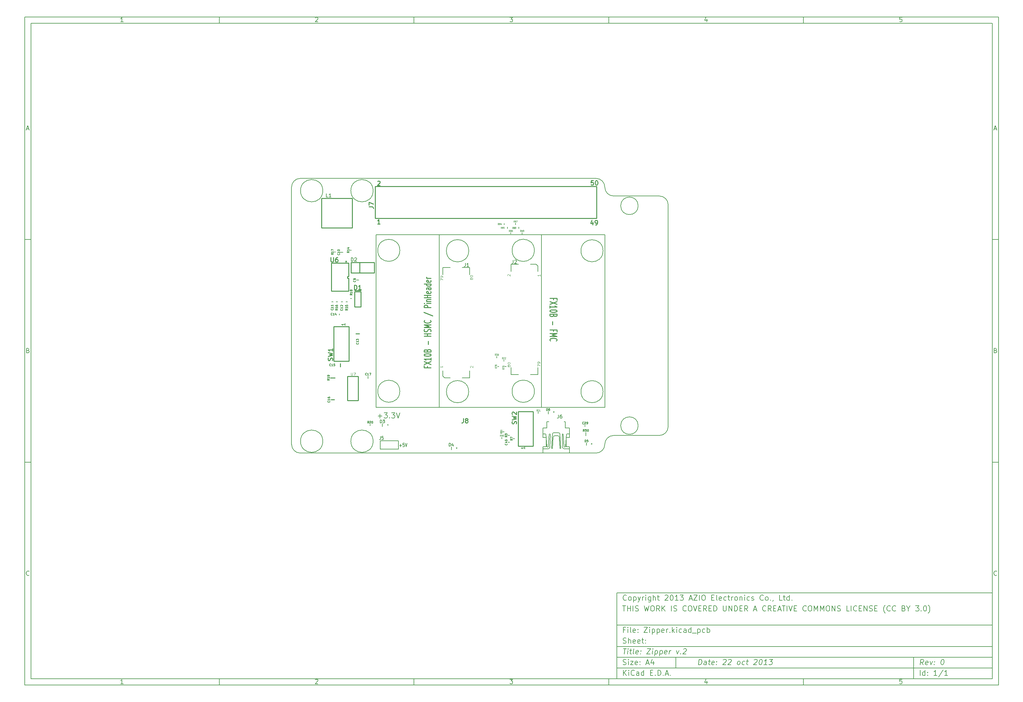
<source format=gto>
G04 (created by PCBNEW (2013-07-07 BZR 4022)-stable) date 10/22/2013 6:32:42 PM*
%MOIN*%
G04 Gerber Fmt 3.4, Leading zero omitted, Abs format*
%FSLAX34Y34*%
G01*
G70*
G90*
G04 APERTURE LIST*
%ADD10C,0.00590551*%
%ADD11C,0.00787402*%
%ADD12C,0.00984252*%
%ADD13C,0.0077*%
%ADD14C,0.005*%
%ADD15C,0.01*%
%ADD16C,0.0078*%
%ADD17C,0.00492126*%
%ADD18C,0.0049*%
%ADD19C,0.0079*%
%ADD20C,0.0039*%
G04 APERTURE END LIST*
G54D10*
X4000Y-4000D02*
X112930Y-4000D01*
X112930Y-78680D01*
X4000Y-78680D01*
X4000Y-4000D01*
X4700Y-4700D02*
X112230Y-4700D01*
X112230Y-77980D01*
X4700Y-77980D01*
X4700Y-4700D01*
X25780Y-4000D02*
X25780Y-4700D01*
X15032Y-4552D02*
X14747Y-4552D01*
X14890Y-4552D02*
X14890Y-4052D01*
X14842Y-4123D01*
X14794Y-4171D01*
X14747Y-4195D01*
X25780Y-78680D02*
X25780Y-77980D01*
X15032Y-78532D02*
X14747Y-78532D01*
X14890Y-78532D02*
X14890Y-78032D01*
X14842Y-78103D01*
X14794Y-78151D01*
X14747Y-78175D01*
X47560Y-4000D02*
X47560Y-4700D01*
X36527Y-4100D02*
X36550Y-4076D01*
X36598Y-4052D01*
X36717Y-4052D01*
X36765Y-4076D01*
X36789Y-4100D01*
X36812Y-4147D01*
X36812Y-4195D01*
X36789Y-4266D01*
X36503Y-4552D01*
X36812Y-4552D01*
X47560Y-78680D02*
X47560Y-77980D01*
X36527Y-78080D02*
X36550Y-78056D01*
X36598Y-78032D01*
X36717Y-78032D01*
X36765Y-78056D01*
X36789Y-78080D01*
X36812Y-78127D01*
X36812Y-78175D01*
X36789Y-78246D01*
X36503Y-78532D01*
X36812Y-78532D01*
X69340Y-4000D02*
X69340Y-4700D01*
X58283Y-4052D02*
X58592Y-4052D01*
X58426Y-4242D01*
X58497Y-4242D01*
X58545Y-4266D01*
X58569Y-4290D01*
X58592Y-4338D01*
X58592Y-4457D01*
X58569Y-4504D01*
X58545Y-4528D01*
X58497Y-4552D01*
X58354Y-4552D01*
X58307Y-4528D01*
X58283Y-4504D01*
X69340Y-78680D02*
X69340Y-77980D01*
X58283Y-78032D02*
X58592Y-78032D01*
X58426Y-78222D01*
X58497Y-78222D01*
X58545Y-78246D01*
X58569Y-78270D01*
X58592Y-78318D01*
X58592Y-78437D01*
X58569Y-78484D01*
X58545Y-78508D01*
X58497Y-78532D01*
X58354Y-78532D01*
X58307Y-78508D01*
X58283Y-78484D01*
X91120Y-4000D02*
X91120Y-4700D01*
X80325Y-4219D02*
X80325Y-4552D01*
X80206Y-4028D02*
X80087Y-4385D01*
X80396Y-4385D01*
X91120Y-78680D02*
X91120Y-77980D01*
X80325Y-78199D02*
X80325Y-78532D01*
X80206Y-78008D02*
X80087Y-78365D01*
X80396Y-78365D01*
X102129Y-4052D02*
X101890Y-4052D01*
X101867Y-4290D01*
X101890Y-4266D01*
X101938Y-4242D01*
X102057Y-4242D01*
X102105Y-4266D01*
X102129Y-4290D01*
X102152Y-4338D01*
X102152Y-4457D01*
X102129Y-4504D01*
X102105Y-4528D01*
X102057Y-4552D01*
X101938Y-4552D01*
X101890Y-4528D01*
X101867Y-4504D01*
X102129Y-78032D02*
X101890Y-78032D01*
X101867Y-78270D01*
X101890Y-78246D01*
X101938Y-78222D01*
X102057Y-78222D01*
X102105Y-78246D01*
X102129Y-78270D01*
X102152Y-78318D01*
X102152Y-78437D01*
X102129Y-78484D01*
X102105Y-78508D01*
X102057Y-78532D01*
X101938Y-78532D01*
X101890Y-78508D01*
X101867Y-78484D01*
X4000Y-28890D02*
X4700Y-28890D01*
X4230Y-16509D02*
X4469Y-16509D01*
X4183Y-16652D02*
X4350Y-16152D01*
X4516Y-16652D01*
X112930Y-28890D02*
X112230Y-28890D01*
X112460Y-16509D02*
X112699Y-16509D01*
X112413Y-16652D02*
X112580Y-16152D01*
X112746Y-16652D01*
X4000Y-53780D02*
X4700Y-53780D01*
X4385Y-41280D02*
X4457Y-41304D01*
X4480Y-41328D01*
X4504Y-41375D01*
X4504Y-41447D01*
X4480Y-41494D01*
X4457Y-41518D01*
X4409Y-41542D01*
X4219Y-41542D01*
X4219Y-41042D01*
X4385Y-41042D01*
X4433Y-41066D01*
X4457Y-41090D01*
X4480Y-41137D01*
X4480Y-41185D01*
X4457Y-41232D01*
X4433Y-41256D01*
X4385Y-41280D01*
X4219Y-41280D01*
X112930Y-53780D02*
X112230Y-53780D01*
X112615Y-41280D02*
X112687Y-41304D01*
X112710Y-41328D01*
X112734Y-41375D01*
X112734Y-41447D01*
X112710Y-41494D01*
X112687Y-41518D01*
X112639Y-41542D01*
X112449Y-41542D01*
X112449Y-41042D01*
X112615Y-41042D01*
X112663Y-41066D01*
X112687Y-41090D01*
X112710Y-41137D01*
X112710Y-41185D01*
X112687Y-41232D01*
X112663Y-41256D01*
X112615Y-41280D01*
X112449Y-41280D01*
X4504Y-66384D02*
X4480Y-66408D01*
X4409Y-66432D01*
X4361Y-66432D01*
X4290Y-66408D01*
X4242Y-66360D01*
X4219Y-66313D01*
X4195Y-66218D01*
X4195Y-66146D01*
X4219Y-66051D01*
X4242Y-66003D01*
X4290Y-65956D01*
X4361Y-65932D01*
X4409Y-65932D01*
X4480Y-65956D01*
X4504Y-65980D01*
X112734Y-66384D02*
X112710Y-66408D01*
X112639Y-66432D01*
X112591Y-66432D01*
X112520Y-66408D01*
X112472Y-66360D01*
X112449Y-66313D01*
X112425Y-66218D01*
X112425Y-66146D01*
X112449Y-66051D01*
X112472Y-66003D01*
X112520Y-65956D01*
X112591Y-65932D01*
X112639Y-65932D01*
X112710Y-65956D01*
X112734Y-65980D01*
X79380Y-76422D02*
X79455Y-75822D01*
X79597Y-75822D01*
X79680Y-75851D01*
X79730Y-75908D01*
X79751Y-75965D01*
X79765Y-76080D01*
X79755Y-76165D01*
X79712Y-76280D01*
X79676Y-76337D01*
X79612Y-76394D01*
X79522Y-76422D01*
X79380Y-76422D01*
X80237Y-76422D02*
X80276Y-76108D01*
X80255Y-76051D01*
X80201Y-76022D01*
X80087Y-76022D01*
X80026Y-76051D01*
X80240Y-76394D02*
X80180Y-76422D01*
X80037Y-76422D01*
X79983Y-76394D01*
X79962Y-76337D01*
X79969Y-76280D01*
X80005Y-76222D01*
X80065Y-76194D01*
X80208Y-76194D01*
X80269Y-76165D01*
X80487Y-76022D02*
X80715Y-76022D01*
X80597Y-75822D02*
X80533Y-76337D01*
X80555Y-76394D01*
X80608Y-76422D01*
X80665Y-76422D01*
X81097Y-76394D02*
X81037Y-76422D01*
X80922Y-76422D01*
X80869Y-76394D01*
X80847Y-76337D01*
X80876Y-76108D01*
X80912Y-76051D01*
X80972Y-76022D01*
X81087Y-76022D01*
X81140Y-76051D01*
X81162Y-76108D01*
X81155Y-76165D01*
X80862Y-76222D01*
X81387Y-76365D02*
X81412Y-76394D01*
X81380Y-76422D01*
X81355Y-76394D01*
X81387Y-76365D01*
X81380Y-76422D01*
X81426Y-76051D02*
X81451Y-76080D01*
X81419Y-76108D01*
X81394Y-76080D01*
X81426Y-76051D01*
X81419Y-76108D01*
X82162Y-75880D02*
X82194Y-75851D01*
X82255Y-75822D01*
X82397Y-75822D01*
X82451Y-75851D01*
X82476Y-75880D01*
X82497Y-75937D01*
X82490Y-75994D01*
X82451Y-76080D01*
X82065Y-76422D01*
X82437Y-76422D01*
X82733Y-75880D02*
X82765Y-75851D01*
X82826Y-75822D01*
X82969Y-75822D01*
X83022Y-75851D01*
X83047Y-75880D01*
X83069Y-75937D01*
X83062Y-75994D01*
X83022Y-76080D01*
X82637Y-76422D01*
X83008Y-76422D01*
X83808Y-76422D02*
X83755Y-76394D01*
X83730Y-76365D01*
X83708Y-76308D01*
X83730Y-76137D01*
X83765Y-76080D01*
X83797Y-76051D01*
X83858Y-76022D01*
X83944Y-76022D01*
X83997Y-76051D01*
X84022Y-76080D01*
X84044Y-76137D01*
X84022Y-76308D01*
X83987Y-76365D01*
X83955Y-76394D01*
X83894Y-76422D01*
X83808Y-76422D01*
X84526Y-76394D02*
X84465Y-76422D01*
X84351Y-76422D01*
X84297Y-76394D01*
X84272Y-76365D01*
X84251Y-76308D01*
X84272Y-76137D01*
X84308Y-76080D01*
X84340Y-76051D01*
X84401Y-76022D01*
X84515Y-76022D01*
X84569Y-76051D01*
X84744Y-76022D02*
X84972Y-76022D01*
X84855Y-75822D02*
X84790Y-76337D01*
X84812Y-76394D01*
X84865Y-76422D01*
X84922Y-76422D01*
X85619Y-75880D02*
X85651Y-75851D01*
X85712Y-75822D01*
X85855Y-75822D01*
X85908Y-75851D01*
X85933Y-75880D01*
X85955Y-75937D01*
X85947Y-75994D01*
X85908Y-76080D01*
X85522Y-76422D01*
X85894Y-76422D01*
X86340Y-75822D02*
X86397Y-75822D01*
X86451Y-75851D01*
X86476Y-75880D01*
X86497Y-75937D01*
X86512Y-76051D01*
X86494Y-76194D01*
X86451Y-76308D01*
X86415Y-76365D01*
X86383Y-76394D01*
X86322Y-76422D01*
X86265Y-76422D01*
X86212Y-76394D01*
X86187Y-76365D01*
X86165Y-76308D01*
X86151Y-76194D01*
X86169Y-76051D01*
X86212Y-75937D01*
X86247Y-75880D01*
X86280Y-75851D01*
X86340Y-75822D01*
X87037Y-76422D02*
X86694Y-76422D01*
X86865Y-76422D02*
X86940Y-75822D01*
X86872Y-75908D01*
X86808Y-75965D01*
X86747Y-75994D01*
X87312Y-75822D02*
X87683Y-75822D01*
X87455Y-76051D01*
X87540Y-76051D01*
X87594Y-76080D01*
X87619Y-76108D01*
X87640Y-76165D01*
X87622Y-76308D01*
X87587Y-76365D01*
X87555Y-76394D01*
X87494Y-76422D01*
X87322Y-76422D01*
X87269Y-76394D01*
X87244Y-76365D01*
X70972Y-77622D02*
X70972Y-77022D01*
X71315Y-77622D02*
X71058Y-77280D01*
X71315Y-77022D02*
X70972Y-77365D01*
X71572Y-77622D02*
X71572Y-77222D01*
X71572Y-77022D02*
X71544Y-77051D01*
X71572Y-77080D01*
X71601Y-77051D01*
X71572Y-77022D01*
X71572Y-77080D01*
X72201Y-77565D02*
X72172Y-77594D01*
X72087Y-77622D01*
X72030Y-77622D01*
X71944Y-77594D01*
X71887Y-77537D01*
X71858Y-77480D01*
X71830Y-77365D01*
X71830Y-77280D01*
X71858Y-77165D01*
X71887Y-77108D01*
X71944Y-77051D01*
X72030Y-77022D01*
X72087Y-77022D01*
X72172Y-77051D01*
X72201Y-77080D01*
X72715Y-77622D02*
X72715Y-77308D01*
X72687Y-77251D01*
X72630Y-77222D01*
X72515Y-77222D01*
X72458Y-77251D01*
X72715Y-77594D02*
X72658Y-77622D01*
X72515Y-77622D01*
X72458Y-77594D01*
X72430Y-77537D01*
X72430Y-77480D01*
X72458Y-77422D01*
X72515Y-77394D01*
X72658Y-77394D01*
X72715Y-77365D01*
X73258Y-77622D02*
X73258Y-77022D01*
X73258Y-77594D02*
X73201Y-77622D01*
X73087Y-77622D01*
X73030Y-77594D01*
X73001Y-77565D01*
X72972Y-77508D01*
X72972Y-77337D01*
X73001Y-77280D01*
X73030Y-77251D01*
X73087Y-77222D01*
X73201Y-77222D01*
X73258Y-77251D01*
X74001Y-77308D02*
X74201Y-77308D01*
X74287Y-77622D02*
X74001Y-77622D01*
X74001Y-77022D01*
X74287Y-77022D01*
X74544Y-77565D02*
X74572Y-77594D01*
X74544Y-77622D01*
X74515Y-77594D01*
X74544Y-77565D01*
X74544Y-77622D01*
X74829Y-77622D02*
X74829Y-77022D01*
X74972Y-77022D01*
X75058Y-77051D01*
X75115Y-77108D01*
X75144Y-77165D01*
X75172Y-77280D01*
X75172Y-77365D01*
X75144Y-77480D01*
X75115Y-77537D01*
X75058Y-77594D01*
X74972Y-77622D01*
X74829Y-77622D01*
X75429Y-77565D02*
X75458Y-77594D01*
X75429Y-77622D01*
X75401Y-77594D01*
X75429Y-77565D01*
X75429Y-77622D01*
X75687Y-77451D02*
X75972Y-77451D01*
X75629Y-77622D02*
X75829Y-77022D01*
X76029Y-77622D01*
X76229Y-77565D02*
X76258Y-77594D01*
X76229Y-77622D01*
X76201Y-77594D01*
X76229Y-77565D01*
X76229Y-77622D01*
X104522Y-76422D02*
X104358Y-76137D01*
X104180Y-76422D02*
X104255Y-75822D01*
X104483Y-75822D01*
X104537Y-75851D01*
X104562Y-75880D01*
X104583Y-75937D01*
X104572Y-76022D01*
X104537Y-76080D01*
X104505Y-76108D01*
X104444Y-76137D01*
X104215Y-76137D01*
X105012Y-76394D02*
X104951Y-76422D01*
X104837Y-76422D01*
X104783Y-76394D01*
X104762Y-76337D01*
X104790Y-76108D01*
X104826Y-76051D01*
X104887Y-76022D01*
X105001Y-76022D01*
X105055Y-76051D01*
X105076Y-76108D01*
X105069Y-76165D01*
X104776Y-76222D01*
X105287Y-76022D02*
X105380Y-76422D01*
X105572Y-76022D01*
X105758Y-76365D02*
X105783Y-76394D01*
X105751Y-76422D01*
X105726Y-76394D01*
X105758Y-76365D01*
X105751Y-76422D01*
X105797Y-76051D02*
X105822Y-76080D01*
X105790Y-76108D01*
X105765Y-76080D01*
X105797Y-76051D01*
X105790Y-76108D01*
X106683Y-75822D02*
X106740Y-75822D01*
X106794Y-75851D01*
X106819Y-75880D01*
X106840Y-75937D01*
X106855Y-76051D01*
X106837Y-76194D01*
X106794Y-76308D01*
X106758Y-76365D01*
X106726Y-76394D01*
X106665Y-76422D01*
X106608Y-76422D01*
X106555Y-76394D01*
X106530Y-76365D01*
X106508Y-76308D01*
X106494Y-76194D01*
X106512Y-76051D01*
X106555Y-75937D01*
X106590Y-75880D01*
X106622Y-75851D01*
X106683Y-75822D01*
X70944Y-76394D02*
X71030Y-76422D01*
X71172Y-76422D01*
X71230Y-76394D01*
X71258Y-76365D01*
X71287Y-76308D01*
X71287Y-76251D01*
X71258Y-76194D01*
X71230Y-76165D01*
X71172Y-76137D01*
X71058Y-76108D01*
X71001Y-76080D01*
X70972Y-76051D01*
X70944Y-75994D01*
X70944Y-75937D01*
X70972Y-75880D01*
X71001Y-75851D01*
X71058Y-75822D01*
X71201Y-75822D01*
X71287Y-75851D01*
X71544Y-76422D02*
X71544Y-76022D01*
X71544Y-75822D02*
X71515Y-75851D01*
X71544Y-75880D01*
X71572Y-75851D01*
X71544Y-75822D01*
X71544Y-75880D01*
X71772Y-76022D02*
X72087Y-76022D01*
X71772Y-76422D01*
X72087Y-76422D01*
X72544Y-76394D02*
X72487Y-76422D01*
X72372Y-76422D01*
X72315Y-76394D01*
X72287Y-76337D01*
X72287Y-76108D01*
X72315Y-76051D01*
X72372Y-76022D01*
X72487Y-76022D01*
X72544Y-76051D01*
X72572Y-76108D01*
X72572Y-76165D01*
X72287Y-76222D01*
X72830Y-76365D02*
X72858Y-76394D01*
X72830Y-76422D01*
X72801Y-76394D01*
X72830Y-76365D01*
X72830Y-76422D01*
X72830Y-76051D02*
X72858Y-76080D01*
X72830Y-76108D01*
X72801Y-76080D01*
X72830Y-76051D01*
X72830Y-76108D01*
X73544Y-76251D02*
X73830Y-76251D01*
X73487Y-76422D02*
X73687Y-75822D01*
X73887Y-76422D01*
X74344Y-76022D02*
X74344Y-76422D01*
X74201Y-75794D02*
X74058Y-76222D01*
X74430Y-76222D01*
X104172Y-77622D02*
X104172Y-77022D01*
X104715Y-77622D02*
X104715Y-77022D01*
X104715Y-77594D02*
X104658Y-77622D01*
X104544Y-77622D01*
X104487Y-77594D01*
X104458Y-77565D01*
X104430Y-77508D01*
X104430Y-77337D01*
X104458Y-77280D01*
X104487Y-77251D01*
X104544Y-77222D01*
X104658Y-77222D01*
X104715Y-77251D01*
X105001Y-77565D02*
X105030Y-77594D01*
X105001Y-77622D01*
X104972Y-77594D01*
X105001Y-77565D01*
X105001Y-77622D01*
X105001Y-77251D02*
X105030Y-77280D01*
X105001Y-77308D01*
X104972Y-77280D01*
X105001Y-77251D01*
X105001Y-77308D01*
X106058Y-77622D02*
X105715Y-77622D01*
X105887Y-77622D02*
X105887Y-77022D01*
X105829Y-77108D01*
X105772Y-77165D01*
X105715Y-77194D01*
X106744Y-76994D02*
X106230Y-77765D01*
X107258Y-77622D02*
X106915Y-77622D01*
X107087Y-77622D02*
X107087Y-77022D01*
X107029Y-77108D01*
X106972Y-77165D01*
X106915Y-77194D01*
X70969Y-74622D02*
X71312Y-74622D01*
X71065Y-75222D02*
X71140Y-74622D01*
X71437Y-75222D02*
X71487Y-74822D01*
X71512Y-74622D02*
X71480Y-74651D01*
X71505Y-74680D01*
X71537Y-74651D01*
X71512Y-74622D01*
X71505Y-74680D01*
X71687Y-74822D02*
X71915Y-74822D01*
X71797Y-74622D02*
X71733Y-75137D01*
X71755Y-75194D01*
X71808Y-75222D01*
X71865Y-75222D01*
X72151Y-75222D02*
X72097Y-75194D01*
X72076Y-75137D01*
X72140Y-74622D01*
X72612Y-75194D02*
X72551Y-75222D01*
X72437Y-75222D01*
X72383Y-75194D01*
X72362Y-75137D01*
X72390Y-74908D01*
X72426Y-74851D01*
X72487Y-74822D01*
X72601Y-74822D01*
X72655Y-74851D01*
X72676Y-74908D01*
X72669Y-74965D01*
X72376Y-75022D01*
X72901Y-75165D02*
X72926Y-75194D01*
X72894Y-75222D01*
X72869Y-75194D01*
X72901Y-75165D01*
X72894Y-75222D01*
X72940Y-74851D02*
X72965Y-74880D01*
X72933Y-74908D01*
X72908Y-74880D01*
X72940Y-74851D01*
X72933Y-74908D01*
X73655Y-74622D02*
X74055Y-74622D01*
X73580Y-75222D01*
X73980Y-75222D01*
X74208Y-75222D02*
X74258Y-74822D01*
X74283Y-74622D02*
X74251Y-74651D01*
X74276Y-74680D01*
X74308Y-74651D01*
X74283Y-74622D01*
X74276Y-74680D01*
X74544Y-74822D02*
X74469Y-75422D01*
X74540Y-74851D02*
X74601Y-74822D01*
X74715Y-74822D01*
X74769Y-74851D01*
X74794Y-74880D01*
X74815Y-74937D01*
X74794Y-75108D01*
X74758Y-75165D01*
X74726Y-75194D01*
X74665Y-75222D01*
X74551Y-75222D01*
X74497Y-75194D01*
X75087Y-74822D02*
X75012Y-75422D01*
X75083Y-74851D02*
X75144Y-74822D01*
X75258Y-74822D01*
X75312Y-74851D01*
X75337Y-74880D01*
X75358Y-74937D01*
X75337Y-75108D01*
X75301Y-75165D01*
X75269Y-75194D01*
X75208Y-75222D01*
X75094Y-75222D01*
X75040Y-75194D01*
X75812Y-75194D02*
X75751Y-75222D01*
X75637Y-75222D01*
X75583Y-75194D01*
X75562Y-75137D01*
X75590Y-74908D01*
X75626Y-74851D01*
X75687Y-74822D01*
X75801Y-74822D01*
X75855Y-74851D01*
X75876Y-74908D01*
X75869Y-74965D01*
X75576Y-75022D01*
X76094Y-75222D02*
X76144Y-74822D01*
X76130Y-74937D02*
X76165Y-74880D01*
X76197Y-74851D01*
X76258Y-74822D01*
X76315Y-74822D01*
X76915Y-74822D02*
X77008Y-75222D01*
X77201Y-74822D01*
X77387Y-75165D02*
X77412Y-75194D01*
X77380Y-75222D01*
X77355Y-75194D01*
X77387Y-75165D01*
X77380Y-75222D01*
X77705Y-74680D02*
X77737Y-74651D01*
X77797Y-74622D01*
X77940Y-74622D01*
X77994Y-74651D01*
X78019Y-74680D01*
X78040Y-74737D01*
X78033Y-74794D01*
X77994Y-74880D01*
X77608Y-75222D01*
X77980Y-75222D01*
X71172Y-72508D02*
X70972Y-72508D01*
X70972Y-72822D02*
X70972Y-72222D01*
X71258Y-72222D01*
X71487Y-72822D02*
X71487Y-72422D01*
X71487Y-72222D02*
X71458Y-72251D01*
X71487Y-72280D01*
X71515Y-72251D01*
X71487Y-72222D01*
X71487Y-72280D01*
X71858Y-72822D02*
X71801Y-72794D01*
X71772Y-72737D01*
X71772Y-72222D01*
X72315Y-72794D02*
X72258Y-72822D01*
X72144Y-72822D01*
X72087Y-72794D01*
X72058Y-72737D01*
X72058Y-72508D01*
X72087Y-72451D01*
X72144Y-72422D01*
X72258Y-72422D01*
X72315Y-72451D01*
X72344Y-72508D01*
X72344Y-72565D01*
X72058Y-72622D01*
X72601Y-72765D02*
X72630Y-72794D01*
X72601Y-72822D01*
X72572Y-72794D01*
X72601Y-72765D01*
X72601Y-72822D01*
X72601Y-72451D02*
X72630Y-72480D01*
X72601Y-72508D01*
X72572Y-72480D01*
X72601Y-72451D01*
X72601Y-72508D01*
X73287Y-72222D02*
X73687Y-72222D01*
X73287Y-72822D01*
X73687Y-72822D01*
X73915Y-72822D02*
X73915Y-72422D01*
X73915Y-72222D02*
X73887Y-72251D01*
X73915Y-72280D01*
X73944Y-72251D01*
X73915Y-72222D01*
X73915Y-72280D01*
X74201Y-72422D02*
X74201Y-73022D01*
X74201Y-72451D02*
X74258Y-72422D01*
X74372Y-72422D01*
X74430Y-72451D01*
X74458Y-72480D01*
X74487Y-72537D01*
X74487Y-72708D01*
X74458Y-72765D01*
X74430Y-72794D01*
X74372Y-72822D01*
X74258Y-72822D01*
X74201Y-72794D01*
X74744Y-72422D02*
X74744Y-73022D01*
X74744Y-72451D02*
X74801Y-72422D01*
X74915Y-72422D01*
X74972Y-72451D01*
X75001Y-72480D01*
X75030Y-72537D01*
X75030Y-72708D01*
X75001Y-72765D01*
X74972Y-72794D01*
X74915Y-72822D01*
X74801Y-72822D01*
X74744Y-72794D01*
X75515Y-72794D02*
X75458Y-72822D01*
X75344Y-72822D01*
X75287Y-72794D01*
X75258Y-72737D01*
X75258Y-72508D01*
X75287Y-72451D01*
X75344Y-72422D01*
X75458Y-72422D01*
X75515Y-72451D01*
X75544Y-72508D01*
X75544Y-72565D01*
X75258Y-72622D01*
X75801Y-72822D02*
X75801Y-72422D01*
X75801Y-72537D02*
X75830Y-72480D01*
X75858Y-72451D01*
X75915Y-72422D01*
X75972Y-72422D01*
X76172Y-72765D02*
X76201Y-72794D01*
X76172Y-72822D01*
X76144Y-72794D01*
X76172Y-72765D01*
X76172Y-72822D01*
X76458Y-72822D02*
X76458Y-72222D01*
X76515Y-72594D02*
X76687Y-72822D01*
X76687Y-72422D02*
X76458Y-72651D01*
X76944Y-72822D02*
X76944Y-72422D01*
X76944Y-72222D02*
X76915Y-72251D01*
X76944Y-72280D01*
X76972Y-72251D01*
X76944Y-72222D01*
X76944Y-72280D01*
X77487Y-72794D02*
X77430Y-72822D01*
X77315Y-72822D01*
X77258Y-72794D01*
X77230Y-72765D01*
X77201Y-72708D01*
X77201Y-72537D01*
X77230Y-72480D01*
X77258Y-72451D01*
X77315Y-72422D01*
X77430Y-72422D01*
X77487Y-72451D01*
X78001Y-72822D02*
X78001Y-72508D01*
X77972Y-72451D01*
X77915Y-72422D01*
X77801Y-72422D01*
X77744Y-72451D01*
X78001Y-72794D02*
X77944Y-72822D01*
X77801Y-72822D01*
X77744Y-72794D01*
X77715Y-72737D01*
X77715Y-72680D01*
X77744Y-72622D01*
X77801Y-72594D01*
X77944Y-72594D01*
X78001Y-72565D01*
X78544Y-72822D02*
X78544Y-72222D01*
X78544Y-72794D02*
X78487Y-72822D01*
X78372Y-72822D01*
X78315Y-72794D01*
X78287Y-72765D01*
X78258Y-72708D01*
X78258Y-72537D01*
X78287Y-72480D01*
X78315Y-72451D01*
X78372Y-72422D01*
X78487Y-72422D01*
X78544Y-72451D01*
X78687Y-72880D02*
X79144Y-72880D01*
X79287Y-72422D02*
X79287Y-73022D01*
X79287Y-72451D02*
X79344Y-72422D01*
X79458Y-72422D01*
X79515Y-72451D01*
X79544Y-72480D01*
X79572Y-72537D01*
X79572Y-72708D01*
X79544Y-72765D01*
X79515Y-72794D01*
X79458Y-72822D01*
X79344Y-72822D01*
X79287Y-72794D01*
X80087Y-72794D02*
X80030Y-72822D01*
X79915Y-72822D01*
X79858Y-72794D01*
X79830Y-72765D01*
X79801Y-72708D01*
X79801Y-72537D01*
X79830Y-72480D01*
X79858Y-72451D01*
X79915Y-72422D01*
X80030Y-72422D01*
X80087Y-72451D01*
X80344Y-72822D02*
X80344Y-72222D01*
X80344Y-72451D02*
X80401Y-72422D01*
X80515Y-72422D01*
X80572Y-72451D01*
X80601Y-72480D01*
X80630Y-72537D01*
X80630Y-72708D01*
X80601Y-72765D01*
X80572Y-72794D01*
X80515Y-72822D01*
X80401Y-72822D01*
X80344Y-72794D01*
X70944Y-73994D02*
X71030Y-74022D01*
X71172Y-74022D01*
X71230Y-73994D01*
X71258Y-73965D01*
X71287Y-73908D01*
X71287Y-73851D01*
X71258Y-73794D01*
X71230Y-73765D01*
X71172Y-73737D01*
X71058Y-73708D01*
X71001Y-73680D01*
X70972Y-73651D01*
X70944Y-73594D01*
X70944Y-73537D01*
X70972Y-73480D01*
X71001Y-73451D01*
X71058Y-73422D01*
X71201Y-73422D01*
X71287Y-73451D01*
X71544Y-74022D02*
X71544Y-73422D01*
X71801Y-74022D02*
X71801Y-73708D01*
X71772Y-73651D01*
X71715Y-73622D01*
X71630Y-73622D01*
X71572Y-73651D01*
X71544Y-73680D01*
X72315Y-73994D02*
X72258Y-74022D01*
X72144Y-74022D01*
X72087Y-73994D01*
X72058Y-73937D01*
X72058Y-73708D01*
X72087Y-73651D01*
X72144Y-73622D01*
X72258Y-73622D01*
X72315Y-73651D01*
X72344Y-73708D01*
X72344Y-73765D01*
X72058Y-73822D01*
X72830Y-73994D02*
X72772Y-74022D01*
X72658Y-74022D01*
X72601Y-73994D01*
X72572Y-73937D01*
X72572Y-73708D01*
X72601Y-73651D01*
X72658Y-73622D01*
X72772Y-73622D01*
X72830Y-73651D01*
X72858Y-73708D01*
X72858Y-73765D01*
X72572Y-73822D01*
X73030Y-73622D02*
X73258Y-73622D01*
X73115Y-73422D02*
X73115Y-73937D01*
X73144Y-73994D01*
X73201Y-74022D01*
X73258Y-74022D01*
X73458Y-73965D02*
X73487Y-73994D01*
X73458Y-74022D01*
X73430Y-73994D01*
X73458Y-73965D01*
X73458Y-74022D01*
X73458Y-73651D02*
X73487Y-73680D01*
X73458Y-73708D01*
X73430Y-73680D01*
X73458Y-73651D01*
X73458Y-73708D01*
X70887Y-69822D02*
X71230Y-69822D01*
X71058Y-70422D02*
X71058Y-69822D01*
X71430Y-70422D02*
X71430Y-69822D01*
X71430Y-70108D02*
X71772Y-70108D01*
X71772Y-70422D02*
X71772Y-69822D01*
X72058Y-70422D02*
X72058Y-69822D01*
X72315Y-70394D02*
X72401Y-70422D01*
X72544Y-70422D01*
X72601Y-70394D01*
X72629Y-70365D01*
X72658Y-70308D01*
X72658Y-70251D01*
X72629Y-70194D01*
X72601Y-70165D01*
X72544Y-70137D01*
X72429Y-70108D01*
X72372Y-70080D01*
X72344Y-70051D01*
X72315Y-69994D01*
X72315Y-69937D01*
X72344Y-69880D01*
X72372Y-69851D01*
X72429Y-69822D01*
X72572Y-69822D01*
X72658Y-69851D01*
X73315Y-69822D02*
X73458Y-70422D01*
X73572Y-69994D01*
X73687Y-70422D01*
X73830Y-69822D01*
X74172Y-69822D02*
X74287Y-69822D01*
X74344Y-69851D01*
X74401Y-69908D01*
X74430Y-70022D01*
X74430Y-70222D01*
X74401Y-70337D01*
X74344Y-70394D01*
X74287Y-70422D01*
X74172Y-70422D01*
X74115Y-70394D01*
X74058Y-70337D01*
X74030Y-70222D01*
X74030Y-70022D01*
X74058Y-69908D01*
X74115Y-69851D01*
X74172Y-69822D01*
X75029Y-70422D02*
X74829Y-70137D01*
X74687Y-70422D02*
X74687Y-69822D01*
X74915Y-69822D01*
X74972Y-69851D01*
X75001Y-69880D01*
X75029Y-69937D01*
X75029Y-70022D01*
X75001Y-70080D01*
X74972Y-70108D01*
X74915Y-70137D01*
X74687Y-70137D01*
X75287Y-70422D02*
X75287Y-69822D01*
X75629Y-70422D02*
X75372Y-70080D01*
X75629Y-69822D02*
X75287Y-70165D01*
X76344Y-70422D02*
X76344Y-69822D01*
X76601Y-70394D02*
X76687Y-70422D01*
X76829Y-70422D01*
X76887Y-70394D01*
X76915Y-70365D01*
X76944Y-70308D01*
X76944Y-70251D01*
X76915Y-70194D01*
X76887Y-70165D01*
X76829Y-70137D01*
X76715Y-70108D01*
X76658Y-70080D01*
X76629Y-70051D01*
X76601Y-69994D01*
X76601Y-69937D01*
X76629Y-69880D01*
X76658Y-69851D01*
X76715Y-69822D01*
X76858Y-69822D01*
X76944Y-69851D01*
X78001Y-70365D02*
X77972Y-70394D01*
X77887Y-70422D01*
X77830Y-70422D01*
X77744Y-70394D01*
X77687Y-70337D01*
X77658Y-70280D01*
X77630Y-70165D01*
X77630Y-70080D01*
X77658Y-69965D01*
X77687Y-69908D01*
X77744Y-69851D01*
X77830Y-69822D01*
X77887Y-69822D01*
X77972Y-69851D01*
X78001Y-69880D01*
X78372Y-69822D02*
X78487Y-69822D01*
X78544Y-69851D01*
X78601Y-69908D01*
X78630Y-70022D01*
X78630Y-70222D01*
X78601Y-70337D01*
X78544Y-70394D01*
X78487Y-70422D01*
X78372Y-70422D01*
X78315Y-70394D01*
X78258Y-70337D01*
X78230Y-70222D01*
X78230Y-70022D01*
X78258Y-69908D01*
X78315Y-69851D01*
X78372Y-69822D01*
X78801Y-69822D02*
X79001Y-70422D01*
X79201Y-69822D01*
X79401Y-70108D02*
X79601Y-70108D01*
X79687Y-70422D02*
X79401Y-70422D01*
X79401Y-69822D01*
X79687Y-69822D01*
X80287Y-70422D02*
X80087Y-70137D01*
X79944Y-70422D02*
X79944Y-69822D01*
X80172Y-69822D01*
X80229Y-69851D01*
X80258Y-69880D01*
X80287Y-69937D01*
X80287Y-70022D01*
X80258Y-70080D01*
X80229Y-70108D01*
X80172Y-70137D01*
X79944Y-70137D01*
X80544Y-70108D02*
X80744Y-70108D01*
X80829Y-70422D02*
X80544Y-70422D01*
X80544Y-69822D01*
X80829Y-69822D01*
X81087Y-70422D02*
X81087Y-69822D01*
X81229Y-69822D01*
X81315Y-69851D01*
X81372Y-69908D01*
X81401Y-69965D01*
X81429Y-70080D01*
X81429Y-70165D01*
X81401Y-70280D01*
X81372Y-70337D01*
X81315Y-70394D01*
X81229Y-70422D01*
X81087Y-70422D01*
X82144Y-69822D02*
X82144Y-70308D01*
X82172Y-70365D01*
X82201Y-70394D01*
X82258Y-70422D01*
X82372Y-70422D01*
X82429Y-70394D01*
X82458Y-70365D01*
X82487Y-70308D01*
X82487Y-69822D01*
X82772Y-70422D02*
X82772Y-69822D01*
X83115Y-70422D01*
X83115Y-69822D01*
X83401Y-70422D02*
X83401Y-69822D01*
X83544Y-69822D01*
X83629Y-69851D01*
X83687Y-69908D01*
X83715Y-69965D01*
X83744Y-70080D01*
X83744Y-70165D01*
X83715Y-70280D01*
X83687Y-70337D01*
X83629Y-70394D01*
X83544Y-70422D01*
X83401Y-70422D01*
X84001Y-70108D02*
X84201Y-70108D01*
X84287Y-70422D02*
X84001Y-70422D01*
X84001Y-69822D01*
X84287Y-69822D01*
X84887Y-70422D02*
X84687Y-70137D01*
X84544Y-70422D02*
X84544Y-69822D01*
X84772Y-69822D01*
X84829Y-69851D01*
X84858Y-69880D01*
X84887Y-69937D01*
X84887Y-70022D01*
X84858Y-70080D01*
X84829Y-70108D01*
X84772Y-70137D01*
X84544Y-70137D01*
X85572Y-70251D02*
X85858Y-70251D01*
X85515Y-70422D02*
X85715Y-69822D01*
X85915Y-70422D01*
X86915Y-70365D02*
X86887Y-70394D01*
X86801Y-70422D01*
X86744Y-70422D01*
X86658Y-70394D01*
X86601Y-70337D01*
X86572Y-70280D01*
X86544Y-70165D01*
X86544Y-70080D01*
X86572Y-69965D01*
X86601Y-69908D01*
X86658Y-69851D01*
X86744Y-69822D01*
X86801Y-69822D01*
X86887Y-69851D01*
X86915Y-69880D01*
X87515Y-70422D02*
X87315Y-70137D01*
X87172Y-70422D02*
X87172Y-69822D01*
X87401Y-69822D01*
X87458Y-69851D01*
X87487Y-69880D01*
X87515Y-69937D01*
X87515Y-70022D01*
X87487Y-70080D01*
X87458Y-70108D01*
X87401Y-70137D01*
X87172Y-70137D01*
X87772Y-70108D02*
X87972Y-70108D01*
X88058Y-70422D02*
X87772Y-70422D01*
X87772Y-69822D01*
X88058Y-69822D01*
X88287Y-70251D02*
X88572Y-70251D01*
X88229Y-70422D02*
X88429Y-69822D01*
X88629Y-70422D01*
X88744Y-69822D02*
X89087Y-69822D01*
X88915Y-70422D02*
X88915Y-69822D01*
X89287Y-70422D02*
X89287Y-69822D01*
X89487Y-69822D02*
X89687Y-70422D01*
X89887Y-69822D01*
X90087Y-70108D02*
X90287Y-70108D01*
X90372Y-70422D02*
X90087Y-70422D01*
X90087Y-69822D01*
X90372Y-69822D01*
X91429Y-70365D02*
X91401Y-70394D01*
X91315Y-70422D01*
X91258Y-70422D01*
X91172Y-70394D01*
X91115Y-70337D01*
X91087Y-70280D01*
X91058Y-70165D01*
X91058Y-70080D01*
X91087Y-69965D01*
X91115Y-69908D01*
X91172Y-69851D01*
X91258Y-69822D01*
X91315Y-69822D01*
X91401Y-69851D01*
X91429Y-69880D01*
X91801Y-69822D02*
X91915Y-69822D01*
X91972Y-69851D01*
X92029Y-69908D01*
X92058Y-70022D01*
X92058Y-70222D01*
X92029Y-70337D01*
X91972Y-70394D01*
X91915Y-70422D01*
X91801Y-70422D01*
X91744Y-70394D01*
X91687Y-70337D01*
X91658Y-70222D01*
X91658Y-70022D01*
X91687Y-69908D01*
X91744Y-69851D01*
X91801Y-69822D01*
X92315Y-70422D02*
X92315Y-69822D01*
X92515Y-70251D01*
X92715Y-69822D01*
X92715Y-70422D01*
X93001Y-70422D02*
X93001Y-69822D01*
X93201Y-70251D01*
X93401Y-69822D01*
X93401Y-70422D01*
X93801Y-69822D02*
X93915Y-69822D01*
X93972Y-69851D01*
X94029Y-69908D01*
X94058Y-70022D01*
X94058Y-70222D01*
X94029Y-70337D01*
X93972Y-70394D01*
X93915Y-70422D01*
X93801Y-70422D01*
X93744Y-70394D01*
X93687Y-70337D01*
X93658Y-70222D01*
X93658Y-70022D01*
X93687Y-69908D01*
X93744Y-69851D01*
X93801Y-69822D01*
X94315Y-70422D02*
X94315Y-69822D01*
X94658Y-70422D01*
X94658Y-69822D01*
X94915Y-70394D02*
X95001Y-70422D01*
X95144Y-70422D01*
X95201Y-70394D01*
X95229Y-70365D01*
X95258Y-70308D01*
X95258Y-70251D01*
X95229Y-70194D01*
X95201Y-70165D01*
X95144Y-70137D01*
X95029Y-70108D01*
X94972Y-70080D01*
X94944Y-70051D01*
X94915Y-69994D01*
X94915Y-69937D01*
X94944Y-69880D01*
X94972Y-69851D01*
X95029Y-69822D01*
X95172Y-69822D01*
X95258Y-69851D01*
X96258Y-70422D02*
X95972Y-70422D01*
X95972Y-69822D01*
X96458Y-70422D02*
X96458Y-69822D01*
X97087Y-70365D02*
X97058Y-70394D01*
X96972Y-70422D01*
X96915Y-70422D01*
X96829Y-70394D01*
X96772Y-70337D01*
X96744Y-70280D01*
X96715Y-70165D01*
X96715Y-70080D01*
X96744Y-69965D01*
X96772Y-69908D01*
X96829Y-69851D01*
X96915Y-69822D01*
X96972Y-69822D01*
X97058Y-69851D01*
X97087Y-69880D01*
X97344Y-70108D02*
X97544Y-70108D01*
X97629Y-70422D02*
X97344Y-70422D01*
X97344Y-69822D01*
X97629Y-69822D01*
X97887Y-70422D02*
X97887Y-69822D01*
X98229Y-70422D01*
X98229Y-69822D01*
X98487Y-70394D02*
X98572Y-70422D01*
X98715Y-70422D01*
X98772Y-70394D01*
X98801Y-70365D01*
X98829Y-70308D01*
X98829Y-70251D01*
X98801Y-70194D01*
X98772Y-70165D01*
X98715Y-70137D01*
X98601Y-70108D01*
X98544Y-70080D01*
X98515Y-70051D01*
X98487Y-69994D01*
X98487Y-69937D01*
X98515Y-69880D01*
X98544Y-69851D01*
X98601Y-69822D01*
X98744Y-69822D01*
X98829Y-69851D01*
X99087Y-70108D02*
X99287Y-70108D01*
X99372Y-70422D02*
X99087Y-70422D01*
X99087Y-69822D01*
X99372Y-69822D01*
X100258Y-70651D02*
X100229Y-70622D01*
X100172Y-70537D01*
X100144Y-70480D01*
X100115Y-70394D01*
X100087Y-70251D01*
X100087Y-70137D01*
X100115Y-69994D01*
X100144Y-69908D01*
X100172Y-69851D01*
X100229Y-69765D01*
X100258Y-69737D01*
X100829Y-70365D02*
X100801Y-70394D01*
X100715Y-70422D01*
X100658Y-70422D01*
X100572Y-70394D01*
X100515Y-70337D01*
X100487Y-70280D01*
X100458Y-70165D01*
X100458Y-70080D01*
X100487Y-69965D01*
X100515Y-69908D01*
X100572Y-69851D01*
X100658Y-69822D01*
X100715Y-69822D01*
X100801Y-69851D01*
X100829Y-69880D01*
X101429Y-70365D02*
X101401Y-70394D01*
X101315Y-70422D01*
X101258Y-70422D01*
X101172Y-70394D01*
X101115Y-70337D01*
X101087Y-70280D01*
X101058Y-70165D01*
X101058Y-70080D01*
X101087Y-69965D01*
X101115Y-69908D01*
X101172Y-69851D01*
X101258Y-69822D01*
X101315Y-69822D01*
X101401Y-69851D01*
X101429Y-69880D01*
X102344Y-70108D02*
X102429Y-70137D01*
X102458Y-70165D01*
X102487Y-70222D01*
X102487Y-70308D01*
X102458Y-70365D01*
X102429Y-70394D01*
X102372Y-70422D01*
X102144Y-70422D01*
X102144Y-69822D01*
X102344Y-69822D01*
X102401Y-69851D01*
X102429Y-69880D01*
X102458Y-69937D01*
X102458Y-69994D01*
X102429Y-70051D01*
X102401Y-70080D01*
X102344Y-70108D01*
X102144Y-70108D01*
X102858Y-70137D02*
X102858Y-70422D01*
X102658Y-69822D02*
X102858Y-70137D01*
X103058Y-69822D01*
X103658Y-69822D02*
X104029Y-69822D01*
X103829Y-70051D01*
X103915Y-70051D01*
X103972Y-70080D01*
X104001Y-70108D01*
X104029Y-70165D01*
X104029Y-70308D01*
X104001Y-70365D01*
X103972Y-70394D01*
X103915Y-70422D01*
X103744Y-70422D01*
X103687Y-70394D01*
X103658Y-70365D01*
X104287Y-70365D02*
X104315Y-70394D01*
X104287Y-70422D01*
X104258Y-70394D01*
X104287Y-70365D01*
X104287Y-70422D01*
X104687Y-69822D02*
X104744Y-69822D01*
X104801Y-69851D01*
X104829Y-69880D01*
X104858Y-69937D01*
X104887Y-70051D01*
X104887Y-70194D01*
X104858Y-70308D01*
X104829Y-70365D01*
X104801Y-70394D01*
X104744Y-70422D01*
X104687Y-70422D01*
X104629Y-70394D01*
X104601Y-70365D01*
X104572Y-70308D01*
X104544Y-70194D01*
X104544Y-70051D01*
X104572Y-69937D01*
X104601Y-69880D01*
X104629Y-69851D01*
X104687Y-69822D01*
X105087Y-70651D02*
X105115Y-70622D01*
X105172Y-70537D01*
X105201Y-70480D01*
X105229Y-70394D01*
X105258Y-70251D01*
X105258Y-70137D01*
X105229Y-69994D01*
X105201Y-69908D01*
X105172Y-69851D01*
X105115Y-69765D01*
X105087Y-69737D01*
X71315Y-69165D02*
X71287Y-69194D01*
X71201Y-69222D01*
X71144Y-69222D01*
X71058Y-69194D01*
X71001Y-69137D01*
X70972Y-69080D01*
X70944Y-68965D01*
X70944Y-68880D01*
X70972Y-68765D01*
X71001Y-68708D01*
X71058Y-68651D01*
X71144Y-68622D01*
X71201Y-68622D01*
X71287Y-68651D01*
X71315Y-68680D01*
X71658Y-69222D02*
X71601Y-69194D01*
X71572Y-69165D01*
X71544Y-69108D01*
X71544Y-68937D01*
X71572Y-68880D01*
X71601Y-68851D01*
X71658Y-68822D01*
X71744Y-68822D01*
X71801Y-68851D01*
X71830Y-68880D01*
X71858Y-68937D01*
X71858Y-69108D01*
X71830Y-69165D01*
X71801Y-69194D01*
X71744Y-69222D01*
X71658Y-69222D01*
X72115Y-68822D02*
X72115Y-69422D01*
X72115Y-68851D02*
X72172Y-68822D01*
X72287Y-68822D01*
X72344Y-68851D01*
X72372Y-68880D01*
X72401Y-68937D01*
X72401Y-69108D01*
X72372Y-69165D01*
X72344Y-69194D01*
X72287Y-69222D01*
X72172Y-69222D01*
X72115Y-69194D01*
X72601Y-68822D02*
X72744Y-69222D01*
X72887Y-68822D02*
X72744Y-69222D01*
X72687Y-69365D01*
X72658Y-69394D01*
X72601Y-69422D01*
X73115Y-69222D02*
X73115Y-68822D01*
X73115Y-68937D02*
X73144Y-68880D01*
X73172Y-68851D01*
X73230Y-68822D01*
X73287Y-68822D01*
X73487Y-69222D02*
X73487Y-68822D01*
X73487Y-68622D02*
X73458Y-68651D01*
X73487Y-68680D01*
X73515Y-68651D01*
X73487Y-68622D01*
X73487Y-68680D01*
X74030Y-68822D02*
X74030Y-69308D01*
X74001Y-69365D01*
X73972Y-69394D01*
X73915Y-69422D01*
X73830Y-69422D01*
X73772Y-69394D01*
X74030Y-69194D02*
X73972Y-69222D01*
X73858Y-69222D01*
X73801Y-69194D01*
X73772Y-69165D01*
X73744Y-69108D01*
X73744Y-68937D01*
X73772Y-68880D01*
X73801Y-68851D01*
X73858Y-68822D01*
X73972Y-68822D01*
X74030Y-68851D01*
X74315Y-69222D02*
X74315Y-68622D01*
X74572Y-69222D02*
X74572Y-68908D01*
X74544Y-68851D01*
X74487Y-68822D01*
X74401Y-68822D01*
X74344Y-68851D01*
X74315Y-68880D01*
X74772Y-68822D02*
X75001Y-68822D01*
X74858Y-68622D02*
X74858Y-69137D01*
X74887Y-69194D01*
X74944Y-69222D01*
X75001Y-69222D01*
X75630Y-68680D02*
X75658Y-68651D01*
X75715Y-68622D01*
X75858Y-68622D01*
X75915Y-68651D01*
X75944Y-68680D01*
X75972Y-68737D01*
X75972Y-68794D01*
X75944Y-68880D01*
X75601Y-69222D01*
X75972Y-69222D01*
X76344Y-68622D02*
X76401Y-68622D01*
X76458Y-68651D01*
X76487Y-68680D01*
X76515Y-68737D01*
X76544Y-68851D01*
X76544Y-68994D01*
X76515Y-69108D01*
X76487Y-69165D01*
X76458Y-69194D01*
X76401Y-69222D01*
X76344Y-69222D01*
X76287Y-69194D01*
X76258Y-69165D01*
X76230Y-69108D01*
X76201Y-68994D01*
X76201Y-68851D01*
X76230Y-68737D01*
X76258Y-68680D01*
X76287Y-68651D01*
X76344Y-68622D01*
X77115Y-69222D02*
X76772Y-69222D01*
X76944Y-69222D02*
X76944Y-68622D01*
X76887Y-68708D01*
X76830Y-68765D01*
X76772Y-68794D01*
X77315Y-68622D02*
X77687Y-68622D01*
X77487Y-68851D01*
X77572Y-68851D01*
X77630Y-68880D01*
X77658Y-68908D01*
X77687Y-68965D01*
X77687Y-69108D01*
X77658Y-69165D01*
X77630Y-69194D01*
X77572Y-69222D01*
X77401Y-69222D01*
X77344Y-69194D01*
X77315Y-69165D01*
X78372Y-69051D02*
X78658Y-69051D01*
X78315Y-69222D02*
X78515Y-68622D01*
X78715Y-69222D01*
X78858Y-68622D02*
X79258Y-68622D01*
X78858Y-69222D01*
X79258Y-69222D01*
X79487Y-69222D02*
X79487Y-68622D01*
X79887Y-68622D02*
X80001Y-68622D01*
X80058Y-68651D01*
X80115Y-68708D01*
X80144Y-68822D01*
X80144Y-69022D01*
X80115Y-69137D01*
X80058Y-69194D01*
X80001Y-69222D01*
X79887Y-69222D01*
X79830Y-69194D01*
X79772Y-69137D01*
X79744Y-69022D01*
X79744Y-68822D01*
X79772Y-68708D01*
X79830Y-68651D01*
X79887Y-68622D01*
X80858Y-68908D02*
X81058Y-68908D01*
X81144Y-69222D02*
X80858Y-69222D01*
X80858Y-68622D01*
X81144Y-68622D01*
X81487Y-69222D02*
X81430Y-69194D01*
X81401Y-69137D01*
X81401Y-68622D01*
X81944Y-69194D02*
X81887Y-69222D01*
X81772Y-69222D01*
X81715Y-69194D01*
X81687Y-69137D01*
X81687Y-68908D01*
X81715Y-68851D01*
X81772Y-68822D01*
X81887Y-68822D01*
X81944Y-68851D01*
X81972Y-68908D01*
X81972Y-68965D01*
X81687Y-69022D01*
X82487Y-69194D02*
X82430Y-69222D01*
X82315Y-69222D01*
X82258Y-69194D01*
X82230Y-69165D01*
X82201Y-69108D01*
X82201Y-68937D01*
X82230Y-68880D01*
X82258Y-68851D01*
X82315Y-68822D01*
X82430Y-68822D01*
X82487Y-68851D01*
X82658Y-68822D02*
X82887Y-68822D01*
X82744Y-68622D02*
X82744Y-69137D01*
X82772Y-69194D01*
X82830Y-69222D01*
X82887Y-69222D01*
X83087Y-69222D02*
X83087Y-68822D01*
X83087Y-68937D02*
X83115Y-68880D01*
X83144Y-68851D01*
X83201Y-68822D01*
X83258Y-68822D01*
X83544Y-69222D02*
X83487Y-69194D01*
X83458Y-69165D01*
X83430Y-69108D01*
X83430Y-68937D01*
X83458Y-68880D01*
X83487Y-68851D01*
X83544Y-68822D01*
X83630Y-68822D01*
X83687Y-68851D01*
X83715Y-68880D01*
X83744Y-68937D01*
X83744Y-69108D01*
X83715Y-69165D01*
X83687Y-69194D01*
X83630Y-69222D01*
X83544Y-69222D01*
X84001Y-68822D02*
X84001Y-69222D01*
X84001Y-68880D02*
X84030Y-68851D01*
X84087Y-68822D01*
X84172Y-68822D01*
X84230Y-68851D01*
X84258Y-68908D01*
X84258Y-69222D01*
X84544Y-69222D02*
X84544Y-68822D01*
X84544Y-68622D02*
X84515Y-68651D01*
X84544Y-68680D01*
X84572Y-68651D01*
X84544Y-68622D01*
X84544Y-68680D01*
X85087Y-69194D02*
X85030Y-69222D01*
X84915Y-69222D01*
X84858Y-69194D01*
X84830Y-69165D01*
X84801Y-69108D01*
X84801Y-68937D01*
X84830Y-68880D01*
X84858Y-68851D01*
X84915Y-68822D01*
X85030Y-68822D01*
X85087Y-68851D01*
X85315Y-69194D02*
X85372Y-69222D01*
X85487Y-69222D01*
X85544Y-69194D01*
X85572Y-69137D01*
X85572Y-69108D01*
X85544Y-69051D01*
X85487Y-69022D01*
X85401Y-69022D01*
X85344Y-68994D01*
X85315Y-68937D01*
X85315Y-68908D01*
X85344Y-68851D01*
X85401Y-68822D01*
X85487Y-68822D01*
X85544Y-68851D01*
X86630Y-69165D02*
X86601Y-69194D01*
X86515Y-69222D01*
X86458Y-69222D01*
X86372Y-69194D01*
X86315Y-69137D01*
X86287Y-69080D01*
X86258Y-68965D01*
X86258Y-68880D01*
X86287Y-68765D01*
X86315Y-68708D01*
X86372Y-68651D01*
X86458Y-68622D01*
X86515Y-68622D01*
X86601Y-68651D01*
X86630Y-68680D01*
X86972Y-69222D02*
X86915Y-69194D01*
X86887Y-69165D01*
X86858Y-69108D01*
X86858Y-68937D01*
X86887Y-68880D01*
X86915Y-68851D01*
X86972Y-68822D01*
X87058Y-68822D01*
X87115Y-68851D01*
X87144Y-68880D01*
X87172Y-68937D01*
X87172Y-69108D01*
X87144Y-69165D01*
X87115Y-69194D01*
X87058Y-69222D01*
X86972Y-69222D01*
X87430Y-69165D02*
X87458Y-69194D01*
X87430Y-69222D01*
X87401Y-69194D01*
X87430Y-69165D01*
X87430Y-69222D01*
X87744Y-69194D02*
X87744Y-69222D01*
X87715Y-69280D01*
X87687Y-69308D01*
X88744Y-69222D02*
X88458Y-69222D01*
X88458Y-68622D01*
X88858Y-68822D02*
X89087Y-68822D01*
X88944Y-68622D02*
X88944Y-69137D01*
X88972Y-69194D01*
X89030Y-69222D01*
X89087Y-69222D01*
X89544Y-69222D02*
X89544Y-68622D01*
X89544Y-69194D02*
X89487Y-69222D01*
X89372Y-69222D01*
X89315Y-69194D01*
X89287Y-69165D01*
X89258Y-69108D01*
X89258Y-68937D01*
X89287Y-68880D01*
X89315Y-68851D01*
X89372Y-68822D01*
X89487Y-68822D01*
X89544Y-68851D01*
X89830Y-69165D02*
X89858Y-69194D01*
X89830Y-69222D01*
X89801Y-69194D01*
X89830Y-69165D01*
X89830Y-69222D01*
X70230Y-68380D02*
X70230Y-77980D01*
X70230Y-71980D02*
X112230Y-71980D01*
X70230Y-68380D02*
X112230Y-68380D01*
X70230Y-74380D02*
X112230Y-74380D01*
X103430Y-75580D02*
X103430Y-77980D01*
X70230Y-76780D02*
X112230Y-76780D01*
X70230Y-75580D02*
X112230Y-75580D01*
X76830Y-75580D02*
X76830Y-76780D01*
G54D11*
X68897Y-23031D02*
G75*
G03X69881Y-24015I984J0D01*
G74*
G01*
X68897Y-23031D02*
G75*
G03X67913Y-22047I-984J0D01*
G74*
G01*
X34842Y-22047D02*
G75*
G03X33858Y-23031I0J-984D01*
G74*
G01*
X33858Y-51771D02*
G75*
G03X34842Y-52755I984J0D01*
G74*
G01*
X67913Y-52755D02*
G75*
G03X68897Y-51771I0J984D01*
G74*
G01*
X69881Y-50787D02*
G75*
G03X68897Y-51771I0J-984D01*
G74*
G01*
X75000Y-50787D02*
G75*
G03X75984Y-49803I0J984D01*
G74*
G01*
X75984Y-25000D02*
G75*
G03X75000Y-24015I-984J0D01*
G74*
G01*
X72631Y-25118D02*
G75*
G03X72631Y-25118I-977J0D01*
G74*
G01*
X72631Y-49685D02*
G75*
G03X72631Y-49685I-977J0D01*
G74*
G01*
G54D12*
X49044Y-43039D02*
X49044Y-43197D01*
X49456Y-43197D02*
X48669Y-43197D01*
X48669Y-42972D01*
X48669Y-42837D02*
X49456Y-42522D01*
X48669Y-42522D02*
X49456Y-42837D01*
X49456Y-42095D02*
X49456Y-42365D01*
X49456Y-42230D02*
X48669Y-42230D01*
X48781Y-42275D01*
X48856Y-42320D01*
X48894Y-42365D01*
X48669Y-41802D02*
X48669Y-41757D01*
X48706Y-41712D01*
X48744Y-41690D01*
X48819Y-41667D01*
X48969Y-41645D01*
X49156Y-41645D01*
X49306Y-41667D01*
X49381Y-41690D01*
X49419Y-41712D01*
X49456Y-41757D01*
X49456Y-41802D01*
X49419Y-41847D01*
X49381Y-41870D01*
X49306Y-41892D01*
X49156Y-41915D01*
X48969Y-41915D01*
X48819Y-41892D01*
X48744Y-41870D01*
X48706Y-41847D01*
X48669Y-41802D01*
X49044Y-41285D02*
X49081Y-41217D01*
X49119Y-41195D01*
X49194Y-41172D01*
X49306Y-41172D01*
X49381Y-41195D01*
X49419Y-41217D01*
X49456Y-41262D01*
X49456Y-41442D01*
X48669Y-41442D01*
X48669Y-41285D01*
X48706Y-41240D01*
X48744Y-41217D01*
X48819Y-41195D01*
X48894Y-41195D01*
X48969Y-41217D01*
X49006Y-41240D01*
X49044Y-41285D01*
X49044Y-41442D01*
X49156Y-40610D02*
X49156Y-40250D01*
X49456Y-39665D02*
X48669Y-39665D01*
X49044Y-39665D02*
X49044Y-39395D01*
X49456Y-39395D02*
X48669Y-39395D01*
X49419Y-39192D02*
X49456Y-39125D01*
X49456Y-39012D01*
X49419Y-38967D01*
X49381Y-38945D01*
X49306Y-38922D01*
X49231Y-38922D01*
X49156Y-38945D01*
X49119Y-38967D01*
X49081Y-39012D01*
X49044Y-39102D01*
X49006Y-39147D01*
X48969Y-39170D01*
X48894Y-39192D01*
X48819Y-39192D01*
X48744Y-39170D01*
X48706Y-39147D01*
X48669Y-39102D01*
X48669Y-38990D01*
X48706Y-38922D01*
X49456Y-38720D02*
X48669Y-38720D01*
X49231Y-38562D01*
X48669Y-38405D01*
X49456Y-38405D01*
X49381Y-37910D02*
X49419Y-37933D01*
X49456Y-38000D01*
X49456Y-38045D01*
X49419Y-38113D01*
X49344Y-38158D01*
X49269Y-38180D01*
X49119Y-38203D01*
X49006Y-38203D01*
X48856Y-38180D01*
X48781Y-38158D01*
X48706Y-38113D01*
X48669Y-38045D01*
X48669Y-38000D01*
X48706Y-37933D01*
X48744Y-37910D01*
X48631Y-37010D02*
X49643Y-37415D01*
X49456Y-36493D02*
X48669Y-36493D01*
X48669Y-36313D01*
X48706Y-36268D01*
X48744Y-36245D01*
X48819Y-36223D01*
X48931Y-36223D01*
X49006Y-36245D01*
X49044Y-36268D01*
X49081Y-36313D01*
X49081Y-36493D01*
X49456Y-36020D02*
X48931Y-36020D01*
X48669Y-36020D02*
X48706Y-36043D01*
X48744Y-36020D01*
X48706Y-35998D01*
X48669Y-36020D01*
X48744Y-36020D01*
X48931Y-35795D02*
X49456Y-35795D01*
X49006Y-35795D02*
X48969Y-35773D01*
X48931Y-35728D01*
X48931Y-35660D01*
X48969Y-35615D01*
X49044Y-35593D01*
X49456Y-35593D01*
X49456Y-35368D02*
X48669Y-35368D01*
X49044Y-35368D02*
X49044Y-35098D01*
X49456Y-35098D02*
X48669Y-35098D01*
X49419Y-34693D02*
X49456Y-34738D01*
X49456Y-34828D01*
X49419Y-34873D01*
X49344Y-34895D01*
X49044Y-34895D01*
X48969Y-34873D01*
X48931Y-34828D01*
X48931Y-34738D01*
X48969Y-34693D01*
X49044Y-34670D01*
X49119Y-34670D01*
X49194Y-34895D01*
X49456Y-34266D02*
X49044Y-34266D01*
X48969Y-34288D01*
X48931Y-34333D01*
X48931Y-34423D01*
X48969Y-34468D01*
X49419Y-34266D02*
X49456Y-34311D01*
X49456Y-34423D01*
X49419Y-34468D01*
X49344Y-34491D01*
X49269Y-34491D01*
X49194Y-34468D01*
X49156Y-34423D01*
X49156Y-34311D01*
X49119Y-34266D01*
X49456Y-33838D02*
X48669Y-33838D01*
X49419Y-33838D02*
X49456Y-33883D01*
X49456Y-33973D01*
X49419Y-34018D01*
X49381Y-34041D01*
X49306Y-34063D01*
X49081Y-34063D01*
X49006Y-34041D01*
X48969Y-34018D01*
X48931Y-33973D01*
X48931Y-33883D01*
X48969Y-33838D01*
X49419Y-33433D02*
X49456Y-33478D01*
X49456Y-33568D01*
X49419Y-33613D01*
X49344Y-33636D01*
X49044Y-33636D01*
X48969Y-33613D01*
X48931Y-33568D01*
X48931Y-33478D01*
X48969Y-33433D01*
X49044Y-33411D01*
X49119Y-33411D01*
X49194Y-33636D01*
X49456Y-33208D02*
X48931Y-33208D01*
X49081Y-33208D02*
X49006Y-33186D01*
X48969Y-33163D01*
X48931Y-33118D01*
X48931Y-33073D01*
X63160Y-35610D02*
X63160Y-35452D01*
X62748Y-35452D02*
X63535Y-35452D01*
X63535Y-35677D01*
X63535Y-35812D02*
X62748Y-36127D01*
X63535Y-36127D02*
X62748Y-35812D01*
X62748Y-36555D02*
X62748Y-36285D01*
X62748Y-36420D02*
X63535Y-36420D01*
X63423Y-36375D01*
X63348Y-36330D01*
X63310Y-36285D01*
X63535Y-36847D02*
X63535Y-36892D01*
X63498Y-36937D01*
X63460Y-36960D01*
X63385Y-36982D01*
X63235Y-37005D01*
X63048Y-37005D01*
X62898Y-36982D01*
X62823Y-36960D01*
X62785Y-36937D01*
X62748Y-36892D01*
X62748Y-36847D01*
X62785Y-36802D01*
X62823Y-36780D01*
X62898Y-36757D01*
X63048Y-36735D01*
X63235Y-36735D01*
X63385Y-36757D01*
X63460Y-36780D01*
X63498Y-36802D01*
X63535Y-36847D01*
X63160Y-37365D02*
X63123Y-37432D01*
X63085Y-37455D01*
X63010Y-37477D01*
X62898Y-37477D01*
X62823Y-37455D01*
X62785Y-37432D01*
X62748Y-37387D01*
X62748Y-37207D01*
X63535Y-37207D01*
X63535Y-37365D01*
X63498Y-37410D01*
X63460Y-37432D01*
X63385Y-37455D01*
X63310Y-37455D01*
X63235Y-37432D01*
X63198Y-37410D01*
X63160Y-37365D01*
X63160Y-37207D01*
X63048Y-38039D02*
X63048Y-38399D01*
X63160Y-39142D02*
X63160Y-38984D01*
X62748Y-38984D02*
X63535Y-38984D01*
X63535Y-39209D01*
X62748Y-39389D02*
X63535Y-39389D01*
X62973Y-39547D01*
X63535Y-39704D01*
X62748Y-39704D01*
X62823Y-40199D02*
X62785Y-40177D01*
X62748Y-40109D01*
X62748Y-40064D01*
X62785Y-39997D01*
X62860Y-39952D01*
X62935Y-39929D01*
X63085Y-39907D01*
X63198Y-39907D01*
X63348Y-39929D01*
X63423Y-39952D01*
X63498Y-39997D01*
X63535Y-40064D01*
X63535Y-40109D01*
X63498Y-40177D01*
X63460Y-40199D01*
G54D11*
X69881Y-50787D02*
X75000Y-50787D01*
X69881Y-24015D02*
X75000Y-24015D01*
X43533Y-48616D02*
X43983Y-48616D01*
X43758Y-48841D02*
X43758Y-48391D01*
X44208Y-48250D02*
X44573Y-48250D01*
X44377Y-48475D01*
X44461Y-48475D01*
X44517Y-48503D01*
X44545Y-48532D01*
X44573Y-48588D01*
X44573Y-48728D01*
X44545Y-48785D01*
X44517Y-48813D01*
X44461Y-48841D01*
X44292Y-48841D01*
X44236Y-48813D01*
X44208Y-48785D01*
X44827Y-48785D02*
X44855Y-48813D01*
X44827Y-48841D01*
X44798Y-48813D01*
X44827Y-48785D01*
X44827Y-48841D01*
X45052Y-48250D02*
X45417Y-48250D01*
X45220Y-48475D01*
X45305Y-48475D01*
X45361Y-48503D01*
X45389Y-48532D01*
X45417Y-48588D01*
X45417Y-48728D01*
X45389Y-48785D01*
X45361Y-48813D01*
X45305Y-48841D01*
X45136Y-48841D01*
X45080Y-48813D01*
X45052Y-48785D01*
X45586Y-48250D02*
X45783Y-48841D01*
X45980Y-48250D01*
X75984Y-25000D02*
X75984Y-49803D01*
X34842Y-22047D02*
X67913Y-22047D01*
X33858Y-51771D02*
X33858Y-23031D01*
X34842Y-52755D02*
X67913Y-52755D01*
G54D12*
X38696Y-44338D02*
X38224Y-44338D01*
G54D11*
X38638Y-30271D02*
X38794Y-30271D01*
X39957Y-35838D02*
X40113Y-35838D01*
X40402Y-30062D02*
X40558Y-30062D01*
X40429Y-35476D02*
X40585Y-35476D01*
X39011Y-35838D02*
X38855Y-35838D01*
G54D10*
X51732Y-52047D02*
X51732Y-52362D01*
X44015Y-49448D02*
X44015Y-49763D01*
G54D12*
X41448Y-39401D02*
X41055Y-39401D01*
X38657Y-46783D02*
X38263Y-46783D01*
X39311Y-43125D02*
X39311Y-42732D01*
G54D13*
X42421Y-44142D02*
X42421Y-44416D01*
X39327Y-30303D02*
X39601Y-30303D01*
X41388Y-33417D02*
X41114Y-33417D01*
X38499Y-35838D02*
X38343Y-35838D01*
X39212Y-37166D02*
X39212Y-37322D01*
X39581Y-35838D02*
X39425Y-35838D01*
G54D11*
X37354Y-23427D02*
G75*
G03X37354Y-23427I-1246J0D01*
G74*
G01*
X42984Y-23427D02*
G75*
G03X42984Y-23427I-1246J0D01*
G74*
G01*
X42984Y-51427D02*
G75*
G03X42984Y-51427I-1246J0D01*
G74*
G01*
X37354Y-51427D02*
G75*
G03X37354Y-51427I-1246J0D01*
G74*
G01*
G54D10*
X66850Y-51574D02*
X66850Y-51889D01*
G54D13*
X66692Y-49763D02*
X66692Y-49607D01*
X58243Y-51547D02*
X58087Y-51547D01*
G54D11*
X58646Y-51137D02*
X58802Y-51137D01*
X58087Y-50767D02*
X58243Y-50767D01*
X45970Y-30094D02*
G75*
G03X45970Y-30094I-1234J0D01*
G74*
G01*
X45969Y-45842D02*
G75*
G03X45969Y-45842I-1233J0D01*
G74*
G01*
X61024Y-45842D02*
G75*
G03X61024Y-45842I-1248J0D01*
G74*
G01*
X61018Y-30094D02*
G75*
G03X61018Y-30094I-1242J0D01*
G74*
G01*
X43307Y-47637D02*
X43307Y-28346D01*
X61811Y-47637D02*
X43307Y-47637D01*
X61811Y-28346D02*
X61811Y-47637D01*
X61811Y-28346D02*
X43307Y-28346D01*
X68702Y-45889D02*
G75*
G03X68702Y-45889I-1234J0D01*
G74*
G01*
X68701Y-30141D02*
G75*
G03X68701Y-30141I-1233J0D01*
G74*
G01*
X53678Y-30141D02*
G75*
G03X53678Y-30141I-1248J0D01*
G74*
G01*
X53671Y-45889D02*
G75*
G03X53671Y-45889I-1242J0D01*
G74*
G01*
X68897Y-28346D02*
X68897Y-47637D01*
X50393Y-28346D02*
X68897Y-28346D01*
X50393Y-47637D02*
X50393Y-28346D01*
X50393Y-47637D02*
X68897Y-47637D01*
G54D14*
X50988Y-44331D02*
X50791Y-44134D01*
X50988Y-44331D02*
X51027Y-44331D01*
X51263Y-44331D02*
X51027Y-44331D01*
X50791Y-43858D02*
X50791Y-44134D01*
X51263Y-44331D02*
X51618Y-44331D01*
X50791Y-43543D02*
X50791Y-43858D01*
X52956Y-44331D02*
X53783Y-44331D01*
X53783Y-44331D02*
X53783Y-43543D01*
X51618Y-32008D02*
X50791Y-32008D01*
X50791Y-32008D02*
X50791Y-32795D01*
X52956Y-32008D02*
X53783Y-32008D01*
X53783Y-32008D02*
X53783Y-32795D01*
X61216Y-31652D02*
X61413Y-31849D01*
X61216Y-31652D02*
X61177Y-31652D01*
X60941Y-31652D02*
X61177Y-31652D01*
X61413Y-32125D02*
X61413Y-31849D01*
X60941Y-31652D02*
X60586Y-31652D01*
X61413Y-32440D02*
X61413Y-32125D01*
X59248Y-31652D02*
X58421Y-31652D01*
X58421Y-31652D02*
X58421Y-32440D01*
X60586Y-43975D02*
X61413Y-43975D01*
X61413Y-43975D02*
X61413Y-43188D01*
X59248Y-43975D02*
X58421Y-43975D01*
X58421Y-43975D02*
X58421Y-43188D01*
X61968Y-52716D02*
X61968Y-52756D01*
X61968Y-52756D02*
X64960Y-52756D01*
X64960Y-52756D02*
X64960Y-52716D01*
X64960Y-52677D02*
X64960Y-52716D01*
X64960Y-51023D02*
X64566Y-51023D01*
X64566Y-51023D02*
X64566Y-52047D01*
X64566Y-52047D02*
X64960Y-52047D01*
X64960Y-52047D02*
X64960Y-52677D01*
X64330Y-49252D02*
X64488Y-49252D01*
X64488Y-49252D02*
X64488Y-49960D01*
X64488Y-49960D02*
X64960Y-49960D01*
X64960Y-49960D02*
X64960Y-51023D01*
X62401Y-49960D02*
X62401Y-49252D01*
X62401Y-49252D02*
X62637Y-49252D01*
X61968Y-52716D02*
X61968Y-52047D01*
X61968Y-52047D02*
X62362Y-52047D01*
X62362Y-52047D02*
X62362Y-51023D01*
X62362Y-51023D02*
X61968Y-51023D01*
X61968Y-51023D02*
X61968Y-49960D01*
X61968Y-49960D02*
X62401Y-49960D01*
X61988Y-52267D02*
X62595Y-52267D01*
X62733Y-52129D02*
X62733Y-52112D01*
X62733Y-52112D02*
X62800Y-50666D01*
X62684Y-50661D02*
X62595Y-51996D01*
X62402Y-51991D02*
X62314Y-50650D01*
X62264Y-50605D02*
X61988Y-50605D01*
X63037Y-50622D02*
X62954Y-52206D01*
X63059Y-52212D02*
X63125Y-50986D01*
X63296Y-50815D02*
X63643Y-50815D01*
X63809Y-50981D02*
X63809Y-51008D01*
X63809Y-51008D02*
X63864Y-52206D01*
X63974Y-52206D02*
X63891Y-50633D01*
X63748Y-50490D02*
X63169Y-50490D01*
X64940Y-52267D02*
X64333Y-52267D01*
X64195Y-52129D02*
X64195Y-52112D01*
X64195Y-52112D02*
X64129Y-50666D01*
X64245Y-50661D02*
X64333Y-51996D01*
X64526Y-51991D02*
X64614Y-50650D01*
X64664Y-50605D02*
X64940Y-50605D01*
X62595Y-52267D02*
G75*
G03X62733Y-52129I0J138D01*
G74*
G01*
X62800Y-50664D02*
G75*
G03X62684Y-50661I-58J1D01*
G74*
G01*
X62403Y-51991D02*
G75*
G03X62595Y-51996I96J1D01*
G74*
G01*
X62315Y-50649D02*
G75*
G03X62264Y-50605I-47J-3D01*
G74*
G01*
X63169Y-50490D02*
G75*
G03X63037Y-50622I0J-131D01*
G74*
G01*
X62955Y-52206D02*
G75*
G03X63059Y-52212I52J-2D01*
G74*
G01*
X63296Y-50815D02*
G75*
G03X63125Y-50986I0J-171D01*
G74*
G01*
X63809Y-50981D02*
G75*
G03X63643Y-50815I-166J0D01*
G74*
G01*
X63864Y-52205D02*
G75*
G03X63974Y-52206I55J2D01*
G74*
G01*
X63891Y-50633D02*
G75*
G03X63748Y-50490I-143J0D01*
G74*
G01*
X64195Y-52129D02*
G75*
G03X64333Y-52267I137J0D01*
G74*
G01*
X64245Y-50659D02*
G75*
G03X64129Y-50666I-57J-3D01*
G74*
G01*
X64332Y-51996D02*
G75*
G03X64526Y-51991I96J6D01*
G74*
G01*
X64664Y-50605D02*
G75*
G03X64614Y-50650I-2J-48D01*
G74*
G01*
G54D11*
X42653Y-49528D02*
X42653Y-49684D01*
G54D15*
X37196Y-24283D02*
X40622Y-24283D01*
X37196Y-27591D02*
X40622Y-27591D01*
X40641Y-27591D02*
X40641Y-24283D01*
X37196Y-27591D02*
X37196Y-24283D01*
X41488Y-31440D02*
X41488Y-32622D01*
X43102Y-31440D02*
X43102Y-32622D01*
X43102Y-32622D02*
X40504Y-32622D01*
X40504Y-32622D02*
X40504Y-31440D01*
X40504Y-31440D02*
X43102Y-31440D01*
X41605Y-34586D02*
X40897Y-34586D01*
X41605Y-36417D02*
X40897Y-36417D01*
X40897Y-36417D02*
X40897Y-34724D01*
X40897Y-34724D02*
X41605Y-34724D01*
X41605Y-34724D02*
X41605Y-36417D01*
X40276Y-38622D02*
X38583Y-38622D01*
X38583Y-38622D02*
X38583Y-42480D01*
X38583Y-42480D02*
X40276Y-42480D01*
X40276Y-42480D02*
X40276Y-38622D01*
X40102Y-46862D02*
X41322Y-46862D01*
X40102Y-44342D02*
X40102Y-44184D01*
X40102Y-44184D02*
X41322Y-44184D01*
X41322Y-44184D02*
X41322Y-46862D01*
X40102Y-44342D02*
X40102Y-46862D01*
G54D16*
X43769Y-51377D02*
X43769Y-52321D01*
X43769Y-51377D02*
X45803Y-51377D01*
X45803Y-51377D02*
X45803Y-52321D01*
X43769Y-52321D02*
X45803Y-52321D01*
G54D15*
X59200Y-51972D02*
X60893Y-51972D01*
X60893Y-51972D02*
X60893Y-48114D01*
X60893Y-48114D02*
X59200Y-48114D01*
X59200Y-48114D02*
X59200Y-51972D01*
G54D11*
X66771Y-50433D02*
X66771Y-50826D01*
G54D15*
X64031Y-22952D02*
X65015Y-22952D01*
X64031Y-26495D02*
X67992Y-26495D01*
X67992Y-22952D02*
X43204Y-22952D01*
X43204Y-26495D02*
X64031Y-26495D01*
X67992Y-26495D02*
X67992Y-22952D01*
X43204Y-26495D02*
X43204Y-22952D01*
G54D11*
X57873Y-43066D02*
X57717Y-43066D01*
X57062Y-43082D02*
X56906Y-43082D01*
X57610Y-42335D02*
X57610Y-42491D01*
X56799Y-41953D02*
X56799Y-42109D01*
X61460Y-48158D02*
X61460Y-48314D01*
G54D10*
X62578Y-48078D02*
X62578Y-48393D01*
G54D15*
X40236Y-31524D02*
X40236Y-33000D01*
X40236Y-33000D02*
X40098Y-33000D01*
X40098Y-33000D02*
X40098Y-33197D01*
X40098Y-33197D02*
X40236Y-33197D01*
X40236Y-33197D02*
X40236Y-34653D01*
X40236Y-34653D02*
X38306Y-34653D01*
X38306Y-34653D02*
X38306Y-31524D01*
X38306Y-31524D02*
X40236Y-31524D01*
G54D11*
X59275Y-27481D02*
X59275Y-27637D01*
X58905Y-27196D02*
X58905Y-27040D01*
X59645Y-28107D02*
X59645Y-28263D01*
X58003Y-27477D02*
X58003Y-27633D01*
X57637Y-27223D02*
X57637Y-27067D01*
X58374Y-28095D02*
X58374Y-28251D01*
X57381Y-50992D02*
X57381Y-51148D01*
X57488Y-50370D02*
X57644Y-50370D01*
G54D10*
X38107Y-44482D02*
X37994Y-44561D01*
X38107Y-44617D02*
X37871Y-44617D01*
X37871Y-44527D01*
X37882Y-44505D01*
X37893Y-44493D01*
X37916Y-44482D01*
X37949Y-44482D01*
X37972Y-44493D01*
X37983Y-44505D01*
X37994Y-44527D01*
X37994Y-44617D01*
X38107Y-44257D02*
X38107Y-44392D01*
X38107Y-44325D02*
X37871Y-44325D01*
X37904Y-44347D01*
X37927Y-44370D01*
X37938Y-44392D01*
X38107Y-44145D02*
X38107Y-44100D01*
X38096Y-44077D01*
X38084Y-44066D01*
X38051Y-44043D01*
X38006Y-44032D01*
X37916Y-44032D01*
X37893Y-44043D01*
X37882Y-44055D01*
X37871Y-44077D01*
X37871Y-44122D01*
X37882Y-44145D01*
X37893Y-44156D01*
X37916Y-44167D01*
X37972Y-44167D01*
X37994Y-44156D01*
X38006Y-44145D01*
X38017Y-44122D01*
X38017Y-44077D01*
X38006Y-44055D01*
X37994Y-44043D01*
X37972Y-44032D01*
X38536Y-30423D02*
X38424Y-30502D01*
X38536Y-30558D02*
X38300Y-30558D01*
X38300Y-30468D01*
X38311Y-30446D01*
X38322Y-30434D01*
X38345Y-30423D01*
X38379Y-30423D01*
X38401Y-30434D01*
X38412Y-30446D01*
X38424Y-30468D01*
X38424Y-30558D01*
X38536Y-30198D02*
X38536Y-30333D01*
X38536Y-30266D02*
X38300Y-30266D01*
X38334Y-30288D01*
X38356Y-30311D01*
X38367Y-30333D01*
X38300Y-30119D02*
X38300Y-29962D01*
X38536Y-30063D01*
X40131Y-36651D02*
X40018Y-36730D01*
X40131Y-36786D02*
X39894Y-36786D01*
X39894Y-36696D01*
X39906Y-36674D01*
X39917Y-36663D01*
X39939Y-36651D01*
X39973Y-36651D01*
X39996Y-36663D01*
X40007Y-36674D01*
X40018Y-36696D01*
X40018Y-36786D01*
X40131Y-36426D02*
X40131Y-36561D01*
X40131Y-36494D02*
X39894Y-36494D01*
X39928Y-36516D01*
X39951Y-36539D01*
X39962Y-36561D01*
X39894Y-36213D02*
X39894Y-36325D01*
X40007Y-36336D01*
X39996Y-36325D01*
X39984Y-36303D01*
X39984Y-36246D01*
X39996Y-36224D01*
X40007Y-36213D01*
X40029Y-36201D01*
X40086Y-36201D01*
X40108Y-36213D01*
X40119Y-36224D01*
X40131Y-36246D01*
X40131Y-36303D01*
X40119Y-36325D01*
X40108Y-36336D01*
X40312Y-30210D02*
X40199Y-30289D01*
X40312Y-30345D02*
X40075Y-30345D01*
X40075Y-30255D01*
X40087Y-30233D01*
X40098Y-30222D01*
X40120Y-30210D01*
X40154Y-30210D01*
X40177Y-30222D01*
X40188Y-30233D01*
X40199Y-30255D01*
X40199Y-30345D01*
X40312Y-29985D02*
X40312Y-30120D01*
X40312Y-30053D02*
X40075Y-30053D01*
X40109Y-30075D01*
X40132Y-30098D01*
X40143Y-30120D01*
X40154Y-29783D02*
X40312Y-29783D01*
X40064Y-29839D02*
X40233Y-29895D01*
X40233Y-29749D01*
X40646Y-34955D02*
X40534Y-35033D01*
X40646Y-35089D02*
X40410Y-35089D01*
X40410Y-35000D01*
X40421Y-34977D01*
X40433Y-34966D01*
X40455Y-34955D01*
X40489Y-34955D01*
X40511Y-34966D01*
X40523Y-34977D01*
X40534Y-35000D01*
X40534Y-35089D01*
X40646Y-34730D02*
X40646Y-34865D01*
X40646Y-34797D02*
X40410Y-34797D01*
X40444Y-34820D01*
X40466Y-34842D01*
X40478Y-34865D01*
X40511Y-34595D02*
X40500Y-34617D01*
X40489Y-34628D01*
X40466Y-34640D01*
X40455Y-34640D01*
X40433Y-34628D01*
X40421Y-34617D01*
X40410Y-34595D01*
X40410Y-34550D01*
X40421Y-34527D01*
X40433Y-34516D01*
X40455Y-34505D01*
X40466Y-34505D01*
X40489Y-34516D01*
X40500Y-34527D01*
X40511Y-34550D01*
X40511Y-34595D01*
X40523Y-34617D01*
X40534Y-34628D01*
X40556Y-34640D01*
X40601Y-34640D01*
X40624Y-34628D01*
X40635Y-34617D01*
X40646Y-34595D01*
X40646Y-34550D01*
X40635Y-34527D01*
X40624Y-34516D01*
X40601Y-34505D01*
X40556Y-34505D01*
X40534Y-34516D01*
X40523Y-34527D01*
X40511Y-34550D01*
X39020Y-36647D02*
X38908Y-36726D01*
X39020Y-36782D02*
X38784Y-36782D01*
X38784Y-36692D01*
X38795Y-36670D01*
X38807Y-36659D01*
X38829Y-36647D01*
X38863Y-36647D01*
X38885Y-36659D01*
X38897Y-36670D01*
X38908Y-36692D01*
X38908Y-36782D01*
X39020Y-36422D02*
X39020Y-36557D01*
X39020Y-36490D02*
X38784Y-36490D01*
X38818Y-36512D01*
X38840Y-36535D01*
X38852Y-36557D01*
X38784Y-36220D02*
X38784Y-36265D01*
X38795Y-36287D01*
X38807Y-36299D01*
X38840Y-36321D01*
X38885Y-36332D01*
X38975Y-36332D01*
X38998Y-36321D01*
X39009Y-36310D01*
X39020Y-36287D01*
X39020Y-36242D01*
X39009Y-36220D01*
X38998Y-36209D01*
X38975Y-36197D01*
X38919Y-36197D01*
X38897Y-36209D01*
X38885Y-36220D01*
X38874Y-36242D01*
X38874Y-36287D01*
X38885Y-36310D01*
X38897Y-36321D01*
X38919Y-36332D01*
X51495Y-51973D02*
X51495Y-51658D01*
X51570Y-51658D01*
X51615Y-51673D01*
X51645Y-51703D01*
X51660Y-51733D01*
X51675Y-51793D01*
X51675Y-51838D01*
X51660Y-51898D01*
X51645Y-51928D01*
X51615Y-51958D01*
X51570Y-51973D01*
X51495Y-51973D01*
X51945Y-51763D02*
X51945Y-51973D01*
X51870Y-51643D02*
X51795Y-51868D01*
X51990Y-51868D01*
G54D17*
X52318Y-52111D02*
X52318Y-52186D01*
X52253Y-52156D02*
X52318Y-52186D01*
X52384Y-52156D01*
X52279Y-52246D02*
X52318Y-52186D01*
X52358Y-52246D01*
G54D10*
X43783Y-49375D02*
X43783Y-49060D01*
X43858Y-49060D01*
X43903Y-49075D01*
X43933Y-49105D01*
X43948Y-49135D01*
X43963Y-49195D01*
X43963Y-49240D01*
X43948Y-49300D01*
X43933Y-49330D01*
X43903Y-49360D01*
X43858Y-49375D01*
X43783Y-49375D01*
X44068Y-49060D02*
X44263Y-49060D01*
X44158Y-49180D01*
X44203Y-49180D01*
X44233Y-49195D01*
X44248Y-49210D01*
X44263Y-49240D01*
X44263Y-49315D01*
X44248Y-49345D01*
X44233Y-49360D01*
X44203Y-49375D01*
X44113Y-49375D01*
X44083Y-49360D01*
X44068Y-49345D01*
G54D17*
X44625Y-49517D02*
X44625Y-49592D01*
X44560Y-49562D02*
X44625Y-49592D01*
X44691Y-49562D01*
X44586Y-49652D02*
X44625Y-49592D01*
X44665Y-49652D01*
G54D10*
X41332Y-40447D02*
X41344Y-40458D01*
X41355Y-40492D01*
X41355Y-40514D01*
X41344Y-40548D01*
X41321Y-40570D01*
X41299Y-40582D01*
X41254Y-40593D01*
X41220Y-40593D01*
X41175Y-40582D01*
X41152Y-40570D01*
X41130Y-40548D01*
X41119Y-40514D01*
X41119Y-40492D01*
X41130Y-40458D01*
X41141Y-40447D01*
X41355Y-40222D02*
X41355Y-40357D01*
X41355Y-40289D02*
X41119Y-40289D01*
X41152Y-40312D01*
X41175Y-40334D01*
X41186Y-40357D01*
X41119Y-40143D02*
X41119Y-39997D01*
X41209Y-40075D01*
X41209Y-40042D01*
X41220Y-40019D01*
X41231Y-40008D01*
X41254Y-39997D01*
X41310Y-39997D01*
X41332Y-40008D01*
X41344Y-40019D01*
X41355Y-40042D01*
X41355Y-40109D01*
X41344Y-40132D01*
X41332Y-40143D01*
X38124Y-46931D02*
X38135Y-46942D01*
X38146Y-46976D01*
X38146Y-46998D01*
X38135Y-47032D01*
X38113Y-47055D01*
X38090Y-47066D01*
X38045Y-47077D01*
X38011Y-47077D01*
X37966Y-47066D01*
X37944Y-47055D01*
X37921Y-47032D01*
X37910Y-46998D01*
X37910Y-46976D01*
X37921Y-46942D01*
X37933Y-46931D01*
X38146Y-46706D02*
X38146Y-46841D01*
X38146Y-46773D02*
X37910Y-46773D01*
X37944Y-46796D01*
X37966Y-46818D01*
X37978Y-46841D01*
X37910Y-46503D02*
X37910Y-46548D01*
X37921Y-46571D01*
X37933Y-46582D01*
X37966Y-46605D01*
X38011Y-46616D01*
X38101Y-46616D01*
X38124Y-46605D01*
X38135Y-46593D01*
X38146Y-46571D01*
X38146Y-46526D01*
X38135Y-46503D01*
X38124Y-46492D01*
X38101Y-46481D01*
X38045Y-46481D01*
X38023Y-46492D01*
X38011Y-46503D01*
X38000Y-46526D01*
X38000Y-46571D01*
X38011Y-46593D01*
X38023Y-46605D01*
X38045Y-46616D01*
X38261Y-42990D02*
X38250Y-43001D01*
X38216Y-43012D01*
X38194Y-43012D01*
X38160Y-43001D01*
X38137Y-42979D01*
X38126Y-42956D01*
X38115Y-42911D01*
X38115Y-42877D01*
X38126Y-42832D01*
X38137Y-42810D01*
X38160Y-42787D01*
X38194Y-42776D01*
X38216Y-42776D01*
X38250Y-42787D01*
X38261Y-42799D01*
X38486Y-43012D02*
X38351Y-43012D01*
X38419Y-43012D02*
X38419Y-42776D01*
X38396Y-42810D01*
X38374Y-42832D01*
X38351Y-42844D01*
X38700Y-42776D02*
X38587Y-42776D01*
X38576Y-42889D01*
X38587Y-42877D01*
X38610Y-42866D01*
X38666Y-42866D01*
X38688Y-42877D01*
X38700Y-42889D01*
X38711Y-42911D01*
X38711Y-42967D01*
X38700Y-42990D01*
X38688Y-43001D01*
X38666Y-43012D01*
X38610Y-43012D01*
X38587Y-43001D01*
X38576Y-42990D01*
X42269Y-44025D02*
X42258Y-44037D01*
X42224Y-44048D01*
X42201Y-44048D01*
X42168Y-44037D01*
X42145Y-44014D01*
X42134Y-43992D01*
X42123Y-43947D01*
X42123Y-43913D01*
X42134Y-43868D01*
X42145Y-43845D01*
X42168Y-43823D01*
X42201Y-43812D01*
X42224Y-43812D01*
X42258Y-43823D01*
X42269Y-43834D01*
X42494Y-44048D02*
X42359Y-44048D01*
X42426Y-44048D02*
X42426Y-43812D01*
X42404Y-43845D01*
X42381Y-43868D01*
X42359Y-43879D01*
X42573Y-43812D02*
X42730Y-43812D01*
X42629Y-44048D01*
X39218Y-30458D02*
X39230Y-30470D01*
X39241Y-30503D01*
X39241Y-30526D01*
X39230Y-30560D01*
X39207Y-30582D01*
X39185Y-30593D01*
X39140Y-30605D01*
X39106Y-30605D01*
X39061Y-30593D01*
X39038Y-30582D01*
X39016Y-30560D01*
X39005Y-30526D01*
X39005Y-30503D01*
X39016Y-30470D01*
X39027Y-30458D01*
X39241Y-30233D02*
X39241Y-30368D01*
X39241Y-30301D02*
X39005Y-30301D01*
X39038Y-30323D01*
X39061Y-30346D01*
X39072Y-30368D01*
X39005Y-30087D02*
X39005Y-30065D01*
X39016Y-30042D01*
X39027Y-30031D01*
X39050Y-30020D01*
X39095Y-30008D01*
X39151Y-30008D01*
X39196Y-30020D01*
X39218Y-30031D01*
X39230Y-30042D01*
X39241Y-30065D01*
X39241Y-30087D01*
X39230Y-30110D01*
X39218Y-30121D01*
X39196Y-30132D01*
X39151Y-30143D01*
X39095Y-30143D01*
X39050Y-30132D01*
X39027Y-30121D01*
X39016Y-30110D01*
X39005Y-30087D01*
X41006Y-33464D02*
X41017Y-33475D01*
X41028Y-33509D01*
X41028Y-33532D01*
X41017Y-33565D01*
X40994Y-33588D01*
X40972Y-33599D01*
X40927Y-33610D01*
X40893Y-33610D01*
X40848Y-33599D01*
X40826Y-33588D01*
X40803Y-33565D01*
X40792Y-33532D01*
X40792Y-33509D01*
X40803Y-33475D01*
X40814Y-33464D01*
X41028Y-33352D02*
X41028Y-33307D01*
X41017Y-33284D01*
X41006Y-33273D01*
X40972Y-33250D01*
X40927Y-33239D01*
X40837Y-33239D01*
X40814Y-33250D01*
X40803Y-33262D01*
X40792Y-33284D01*
X40792Y-33329D01*
X40803Y-33352D01*
X40814Y-33363D01*
X40837Y-33374D01*
X40893Y-33374D01*
X40916Y-33363D01*
X40927Y-33352D01*
X40938Y-33329D01*
X40938Y-33284D01*
X40927Y-33262D01*
X40916Y-33250D01*
X40893Y-33239D01*
X38494Y-36624D02*
X38505Y-36635D01*
X38516Y-36669D01*
X38516Y-36691D01*
X38505Y-36725D01*
X38483Y-36748D01*
X38460Y-36759D01*
X38415Y-36770D01*
X38381Y-36770D01*
X38336Y-36759D01*
X38314Y-36748D01*
X38291Y-36725D01*
X38280Y-36691D01*
X38280Y-36669D01*
X38291Y-36635D01*
X38303Y-36624D01*
X38516Y-36399D02*
X38516Y-36534D01*
X38516Y-36466D02*
X38280Y-36466D01*
X38314Y-36489D01*
X38336Y-36511D01*
X38348Y-36534D01*
X38516Y-36174D02*
X38516Y-36309D01*
X38516Y-36241D02*
X38280Y-36241D01*
X38314Y-36264D01*
X38336Y-36286D01*
X38348Y-36309D01*
X38411Y-37317D02*
X38399Y-37328D01*
X38366Y-37339D01*
X38343Y-37339D01*
X38309Y-37328D01*
X38287Y-37305D01*
X38276Y-37283D01*
X38264Y-37238D01*
X38264Y-37204D01*
X38276Y-37159D01*
X38287Y-37137D01*
X38309Y-37114D01*
X38343Y-37103D01*
X38366Y-37103D01*
X38399Y-37114D01*
X38411Y-37125D01*
X38636Y-37339D02*
X38501Y-37339D01*
X38568Y-37339D02*
X38568Y-37103D01*
X38546Y-37137D01*
X38523Y-37159D01*
X38501Y-37170D01*
X38838Y-37182D02*
X38838Y-37339D01*
X38782Y-37092D02*
X38726Y-37260D01*
X38872Y-37260D01*
X39557Y-36663D02*
X39568Y-36674D01*
X39579Y-36708D01*
X39579Y-36731D01*
X39568Y-36764D01*
X39546Y-36787D01*
X39523Y-36798D01*
X39478Y-36809D01*
X39444Y-36809D01*
X39399Y-36798D01*
X39377Y-36787D01*
X39354Y-36764D01*
X39343Y-36731D01*
X39343Y-36708D01*
X39354Y-36674D01*
X39366Y-36663D01*
X39579Y-36438D02*
X39579Y-36573D01*
X39579Y-36506D02*
X39343Y-36506D01*
X39377Y-36528D01*
X39399Y-36551D01*
X39411Y-36573D01*
X39366Y-36348D02*
X39354Y-36337D01*
X39343Y-36314D01*
X39343Y-36258D01*
X39354Y-36236D01*
X39366Y-36224D01*
X39388Y-36213D01*
X39411Y-36213D01*
X39444Y-36224D01*
X39579Y-36359D01*
X39579Y-36213D01*
X66676Y-51501D02*
X66676Y-51264D01*
X66732Y-51264D01*
X66766Y-51276D01*
X66788Y-51298D01*
X66799Y-51321D01*
X66811Y-51366D01*
X66811Y-51399D01*
X66799Y-51444D01*
X66788Y-51467D01*
X66766Y-51489D01*
X66732Y-51501D01*
X66676Y-51501D01*
X67024Y-51264D02*
X66912Y-51264D01*
X66901Y-51377D01*
X66912Y-51366D01*
X66934Y-51354D01*
X66991Y-51354D01*
X67013Y-51366D01*
X67024Y-51377D01*
X67035Y-51399D01*
X67035Y-51456D01*
X67024Y-51478D01*
X67013Y-51489D01*
X66991Y-51501D01*
X66934Y-51501D01*
X66912Y-51489D01*
X66901Y-51478D01*
G54D17*
X67401Y-51643D02*
X67401Y-51718D01*
X67335Y-51688D02*
X67401Y-51718D01*
X67467Y-51688D01*
X67362Y-51778D02*
X67401Y-51718D01*
X67440Y-51778D01*
G54D10*
X66548Y-49494D02*
X66537Y-49505D01*
X66503Y-49516D01*
X66481Y-49516D01*
X66447Y-49505D01*
X66425Y-49483D01*
X66413Y-49460D01*
X66402Y-49415D01*
X66402Y-49381D01*
X66413Y-49336D01*
X66425Y-49314D01*
X66447Y-49291D01*
X66481Y-49280D01*
X66503Y-49280D01*
X66537Y-49291D01*
X66548Y-49303D01*
X66638Y-49303D02*
X66650Y-49291D01*
X66672Y-49280D01*
X66728Y-49280D01*
X66751Y-49291D01*
X66762Y-49303D01*
X66773Y-49325D01*
X66773Y-49348D01*
X66762Y-49381D01*
X66627Y-49516D01*
X66773Y-49516D01*
X66886Y-49516D02*
X66931Y-49516D01*
X66953Y-49505D01*
X66965Y-49494D01*
X66987Y-49460D01*
X66998Y-49415D01*
X66998Y-49325D01*
X66987Y-49303D01*
X66976Y-49291D01*
X66953Y-49280D01*
X66908Y-49280D01*
X66886Y-49291D01*
X66875Y-49303D01*
X66863Y-49325D01*
X66863Y-49381D01*
X66875Y-49404D01*
X66886Y-49415D01*
X66908Y-49426D01*
X66953Y-49426D01*
X66976Y-49415D01*
X66987Y-49404D01*
X66998Y-49381D01*
X57970Y-51703D02*
X57982Y-51714D01*
X57993Y-51748D01*
X57993Y-51770D01*
X57982Y-51804D01*
X57959Y-51826D01*
X57937Y-51838D01*
X57892Y-51849D01*
X57858Y-51849D01*
X57813Y-51838D01*
X57790Y-51826D01*
X57768Y-51804D01*
X57757Y-51770D01*
X57757Y-51748D01*
X57768Y-51714D01*
X57779Y-51703D01*
X57835Y-51500D02*
X57993Y-51500D01*
X57745Y-51556D02*
X57914Y-51613D01*
X57914Y-51466D01*
X57757Y-51331D02*
X57757Y-51309D01*
X57768Y-51286D01*
X57779Y-51275D01*
X57802Y-51264D01*
X57847Y-51253D01*
X57903Y-51253D01*
X57948Y-51264D01*
X57970Y-51275D01*
X57982Y-51286D01*
X57993Y-51309D01*
X57993Y-51331D01*
X57982Y-51354D01*
X57970Y-51365D01*
X57948Y-51376D01*
X57903Y-51388D01*
X57847Y-51388D01*
X57802Y-51376D01*
X57779Y-51365D01*
X57768Y-51354D01*
X57757Y-51331D01*
X58575Y-51169D02*
X58463Y-51248D01*
X58575Y-51304D02*
X58339Y-51304D01*
X58339Y-51214D01*
X58350Y-51191D01*
X58362Y-51180D01*
X58384Y-51169D01*
X58418Y-51169D01*
X58440Y-51180D01*
X58452Y-51191D01*
X58463Y-51214D01*
X58463Y-51304D01*
X58339Y-51090D02*
X58339Y-50933D01*
X58575Y-51034D01*
X57985Y-50814D02*
X57872Y-50893D01*
X57985Y-50949D02*
X57749Y-50949D01*
X57749Y-50859D01*
X57760Y-50837D01*
X57771Y-50826D01*
X57794Y-50814D01*
X57827Y-50814D01*
X57850Y-50826D01*
X57861Y-50837D01*
X57872Y-50859D01*
X57872Y-50949D01*
X57749Y-50736D02*
X57749Y-50589D01*
X57839Y-50668D01*
X57839Y-50634D01*
X57850Y-50612D01*
X57861Y-50601D01*
X57884Y-50589D01*
X57940Y-50589D01*
X57962Y-50601D01*
X57974Y-50612D01*
X57985Y-50634D01*
X57985Y-50702D01*
X57974Y-50724D01*
X57962Y-50736D01*
X53297Y-31525D02*
X53297Y-31806D01*
X53279Y-31862D01*
X53241Y-31900D01*
X53185Y-31919D01*
X53147Y-31919D01*
X53691Y-31919D02*
X53466Y-31919D01*
X53579Y-31919D02*
X53579Y-31525D01*
X53541Y-31581D01*
X53504Y-31619D01*
X53466Y-31637D01*
G54D18*
X53958Y-33301D02*
X53945Y-33331D01*
X53931Y-33346D01*
X53905Y-33361D01*
X53892Y-33361D01*
X53866Y-33346D01*
X53853Y-33331D01*
X53840Y-33301D01*
X53840Y-33241D01*
X53853Y-33211D01*
X53866Y-33196D01*
X53892Y-33181D01*
X53905Y-33181D01*
X53931Y-33196D01*
X53945Y-33211D01*
X53958Y-33241D01*
X53958Y-33301D01*
X53971Y-33331D01*
X53984Y-33346D01*
X54010Y-33361D01*
X54062Y-33361D01*
X54089Y-33346D01*
X54102Y-33331D01*
X54115Y-33301D01*
X54115Y-33241D01*
X54102Y-33211D01*
X54089Y-33196D01*
X54062Y-33181D01*
X54010Y-33181D01*
X53984Y-33196D01*
X53971Y-33211D01*
X53958Y-33241D01*
X53840Y-32987D02*
X53840Y-32957D01*
X53853Y-32927D01*
X53866Y-32912D01*
X53892Y-32897D01*
X53945Y-32882D01*
X54010Y-32882D01*
X54062Y-32897D01*
X54089Y-32912D01*
X54102Y-32927D01*
X54115Y-32957D01*
X54115Y-32987D01*
X54102Y-33017D01*
X54089Y-33032D01*
X54062Y-33047D01*
X54010Y-33062D01*
X53945Y-33062D01*
X53892Y-33047D01*
X53866Y-33032D01*
X53853Y-33017D01*
X53840Y-32987D01*
X50501Y-33447D02*
X50501Y-33237D01*
X50776Y-33372D01*
X50776Y-33103D02*
X50776Y-33043D01*
X50763Y-33013D01*
X50750Y-32998D01*
X50711Y-32968D01*
X50658Y-32953D01*
X50554Y-32953D01*
X50527Y-32968D01*
X50514Y-32983D01*
X50501Y-33013D01*
X50501Y-33073D01*
X50514Y-33103D01*
X50527Y-33118D01*
X50554Y-33133D01*
X50619Y-33133D01*
X50645Y-33118D01*
X50658Y-33103D01*
X50671Y-33073D01*
X50671Y-33013D01*
X50658Y-32983D01*
X50645Y-32968D01*
X50619Y-32953D01*
X50760Y-43008D02*
X50760Y-43188D01*
X50760Y-43098D02*
X50485Y-43098D01*
X50525Y-43128D01*
X50551Y-43158D01*
X50564Y-43188D01*
X53882Y-43207D02*
X53869Y-43192D01*
X53855Y-43162D01*
X53855Y-43088D01*
X53869Y-43058D01*
X53882Y-43043D01*
X53908Y-43028D01*
X53934Y-43028D01*
X53973Y-43043D01*
X54130Y-43222D01*
X54130Y-43028D01*
G54D10*
X58648Y-31175D02*
X58648Y-31456D01*
X58629Y-31512D01*
X58592Y-31550D01*
X58535Y-31568D01*
X58498Y-31568D01*
X58817Y-31212D02*
X58835Y-31193D01*
X58873Y-31175D01*
X58967Y-31175D01*
X59004Y-31193D01*
X59023Y-31212D01*
X59041Y-31250D01*
X59041Y-31287D01*
X59023Y-31343D01*
X58798Y-31568D01*
X59041Y-31568D01*
G54D18*
X58154Y-43041D02*
X58141Y-43071D01*
X58128Y-43086D01*
X58102Y-43101D01*
X58089Y-43101D01*
X58063Y-43086D01*
X58050Y-43071D01*
X58037Y-43041D01*
X58037Y-42981D01*
X58050Y-42951D01*
X58063Y-42936D01*
X58089Y-42922D01*
X58102Y-42922D01*
X58128Y-42936D01*
X58141Y-42951D01*
X58154Y-42981D01*
X58154Y-43041D01*
X58168Y-43071D01*
X58181Y-43086D01*
X58207Y-43101D01*
X58259Y-43101D01*
X58285Y-43086D01*
X58299Y-43071D01*
X58312Y-43041D01*
X58312Y-42981D01*
X58299Y-42951D01*
X58285Y-42936D01*
X58259Y-42922D01*
X58207Y-42922D01*
X58181Y-42936D01*
X58168Y-42951D01*
X58154Y-42981D01*
X58037Y-42727D02*
X58037Y-42697D01*
X58050Y-42667D01*
X58063Y-42652D01*
X58089Y-42637D01*
X58141Y-42622D01*
X58207Y-42622D01*
X58259Y-42637D01*
X58285Y-42652D01*
X58299Y-42667D01*
X58312Y-42697D01*
X58312Y-42727D01*
X58299Y-42757D01*
X58285Y-42772D01*
X58259Y-42787D01*
X58207Y-42802D01*
X58141Y-42802D01*
X58089Y-42787D01*
X58063Y-42772D01*
X58050Y-42757D01*
X58037Y-42727D01*
X61375Y-43045D02*
X61375Y-42836D01*
X61650Y-42970D01*
X61650Y-42701D02*
X61650Y-42641D01*
X61637Y-42611D01*
X61624Y-42596D01*
X61585Y-42567D01*
X61532Y-42552D01*
X61428Y-42552D01*
X61401Y-42567D01*
X61388Y-42582D01*
X61375Y-42611D01*
X61375Y-42671D01*
X61388Y-42701D01*
X61401Y-42716D01*
X61428Y-42731D01*
X61493Y-42731D01*
X61519Y-42716D01*
X61532Y-42701D01*
X61545Y-42671D01*
X61545Y-42611D01*
X61532Y-42582D01*
X61519Y-42567D01*
X61493Y-42552D01*
X61666Y-32796D02*
X61666Y-32975D01*
X61666Y-32885D02*
X61391Y-32885D01*
X61430Y-32915D01*
X61456Y-32945D01*
X61469Y-32975D01*
X58047Y-32955D02*
X58034Y-32940D01*
X58021Y-32910D01*
X58021Y-32836D01*
X58034Y-32806D01*
X58047Y-32791D01*
X58073Y-32776D01*
X58099Y-32776D01*
X58139Y-32791D01*
X58296Y-32970D01*
X58296Y-32776D01*
G54D10*
X63727Y-48466D02*
X63727Y-48747D01*
X63708Y-48803D01*
X63670Y-48841D01*
X63614Y-48860D01*
X63577Y-48860D01*
X64083Y-48466D02*
X64008Y-48466D01*
X63970Y-48485D01*
X63952Y-48503D01*
X63914Y-48560D01*
X63895Y-48635D01*
X63895Y-48785D01*
X63914Y-48822D01*
X63933Y-48841D01*
X63970Y-48860D01*
X64045Y-48860D01*
X64083Y-48841D01*
X64101Y-48822D01*
X64120Y-48785D01*
X64120Y-48691D01*
X64101Y-48653D01*
X64083Y-48635D01*
X64045Y-48616D01*
X63970Y-48616D01*
X63933Y-48635D01*
X63914Y-48653D01*
X63895Y-48691D01*
X42501Y-49426D02*
X42422Y-49313D01*
X42366Y-49426D02*
X42366Y-49190D01*
X42456Y-49190D01*
X42479Y-49201D01*
X42490Y-49212D01*
X42501Y-49235D01*
X42501Y-49268D01*
X42490Y-49291D01*
X42479Y-49302D01*
X42456Y-49313D01*
X42366Y-49313D01*
X42591Y-49212D02*
X42602Y-49201D01*
X42625Y-49190D01*
X42681Y-49190D01*
X42704Y-49201D01*
X42715Y-49212D01*
X42726Y-49235D01*
X42726Y-49257D01*
X42715Y-49291D01*
X42580Y-49426D01*
X42726Y-49426D01*
X42872Y-49190D02*
X42895Y-49190D01*
X42917Y-49201D01*
X42929Y-49212D01*
X42940Y-49235D01*
X42951Y-49280D01*
X42951Y-49336D01*
X42940Y-49381D01*
X42929Y-49403D01*
X42917Y-49415D01*
X42895Y-49426D01*
X42872Y-49426D01*
X42850Y-49415D01*
X42839Y-49403D01*
X42827Y-49381D01*
X42816Y-49336D01*
X42816Y-49280D01*
X42827Y-49235D01*
X42839Y-49212D01*
X42850Y-49201D01*
X42872Y-49190D01*
X37946Y-24155D02*
X37758Y-24155D01*
X37758Y-23761D01*
X38283Y-24155D02*
X38058Y-24155D01*
X38171Y-24155D02*
X38171Y-23761D01*
X38133Y-23817D01*
X38096Y-23855D01*
X38058Y-23874D01*
X40536Y-31320D02*
X40536Y-30927D01*
X40629Y-30927D01*
X40686Y-30945D01*
X40723Y-30983D01*
X40742Y-31020D01*
X40761Y-31095D01*
X40761Y-31152D01*
X40742Y-31227D01*
X40723Y-31264D01*
X40686Y-31302D01*
X40629Y-31320D01*
X40536Y-31320D01*
X40911Y-30964D02*
X40929Y-30945D01*
X40967Y-30927D01*
X41061Y-30927D01*
X41098Y-30945D01*
X41117Y-30964D01*
X41136Y-31002D01*
X41136Y-31039D01*
X41117Y-31095D01*
X40892Y-31320D01*
X41136Y-31320D01*
G54D15*
X40875Y-34474D02*
X40875Y-33974D01*
X40994Y-33974D01*
X41065Y-33997D01*
X41113Y-34045D01*
X41136Y-34093D01*
X41160Y-34188D01*
X41160Y-34259D01*
X41136Y-34354D01*
X41113Y-34402D01*
X41065Y-34450D01*
X40994Y-34474D01*
X40875Y-34474D01*
X41636Y-34474D02*
X41351Y-34474D01*
X41494Y-34474D02*
X41494Y-33974D01*
X41446Y-34045D01*
X41398Y-34093D01*
X41351Y-34116D01*
X38406Y-42398D02*
X38430Y-42327D01*
X38430Y-42208D01*
X38406Y-42160D01*
X38383Y-42137D01*
X38335Y-42113D01*
X38287Y-42113D01*
X38240Y-42137D01*
X38216Y-42160D01*
X38192Y-42208D01*
X38168Y-42303D01*
X38145Y-42351D01*
X38121Y-42375D01*
X38073Y-42398D01*
X38025Y-42398D01*
X37978Y-42375D01*
X37954Y-42351D01*
X37930Y-42303D01*
X37930Y-42184D01*
X37954Y-42113D01*
X37930Y-41946D02*
X38430Y-41827D01*
X38073Y-41732D01*
X38430Y-41637D01*
X37930Y-41517D01*
X38430Y-41065D02*
X38430Y-41351D01*
X38430Y-41208D02*
X37930Y-41208D01*
X38002Y-41256D01*
X38049Y-41303D01*
X38073Y-41351D01*
G54D19*
X39844Y-38253D02*
X39844Y-38478D01*
X39844Y-38366D02*
X39450Y-38366D01*
X39506Y-38403D01*
X39544Y-38441D01*
X39563Y-38478D01*
G54D18*
X40500Y-43785D02*
X40500Y-44007D01*
X40515Y-44033D01*
X40530Y-44047D01*
X40560Y-44060D01*
X40620Y-44060D01*
X40650Y-44047D01*
X40665Y-44033D01*
X40680Y-44007D01*
X40680Y-43785D01*
X40799Y-43785D02*
X41009Y-43785D01*
X40874Y-44060D01*
G54D16*
X43812Y-50869D02*
X43812Y-51149D01*
X43797Y-51205D01*
X43767Y-51242D01*
X43722Y-51261D01*
X43693Y-51261D01*
X44111Y-50869D02*
X43962Y-50869D01*
X43947Y-51055D01*
X43962Y-51037D01*
X43992Y-51018D01*
X44066Y-51018D01*
X44096Y-51037D01*
X44111Y-51055D01*
X44126Y-51093D01*
X44126Y-51186D01*
X44111Y-51223D01*
X44096Y-51242D01*
X44066Y-51261D01*
X43992Y-51261D01*
X43962Y-51242D01*
X43947Y-51223D01*
X45934Y-51899D02*
X46174Y-51899D01*
X46054Y-52048D02*
X46054Y-51749D01*
X46473Y-51655D02*
X46323Y-51655D01*
X46308Y-51842D01*
X46323Y-51824D01*
X46353Y-51805D01*
X46428Y-51805D01*
X46458Y-51824D01*
X46473Y-51842D01*
X46488Y-51880D01*
X46488Y-51973D01*
X46473Y-52011D01*
X46458Y-52030D01*
X46428Y-52048D01*
X46353Y-52048D01*
X46323Y-52030D01*
X46308Y-52011D01*
X46577Y-51655D02*
X46682Y-52048D01*
X46787Y-51655D01*
G54D15*
X53081Y-48875D02*
X53081Y-49232D01*
X53057Y-49304D01*
X53009Y-49351D01*
X52938Y-49375D01*
X52890Y-49375D01*
X53390Y-49089D02*
X53343Y-49066D01*
X53319Y-49042D01*
X53295Y-48994D01*
X53295Y-48970D01*
X53319Y-48923D01*
X53343Y-48899D01*
X53390Y-48875D01*
X53486Y-48875D01*
X53533Y-48899D01*
X53557Y-48923D01*
X53581Y-48970D01*
X53581Y-48994D01*
X53557Y-49042D01*
X53533Y-49066D01*
X53486Y-49089D01*
X53390Y-49089D01*
X53343Y-49113D01*
X53319Y-49137D01*
X53295Y-49185D01*
X53295Y-49280D01*
X53319Y-49327D01*
X53343Y-49351D01*
X53390Y-49375D01*
X53486Y-49375D01*
X53533Y-49351D01*
X53557Y-49327D01*
X53581Y-49280D01*
X53581Y-49185D01*
X53557Y-49137D01*
X53533Y-49113D01*
X53486Y-49089D01*
X58989Y-49485D02*
X59013Y-49414D01*
X59013Y-49295D01*
X58989Y-49247D01*
X58965Y-49223D01*
X58918Y-49199D01*
X58870Y-49199D01*
X58822Y-49223D01*
X58799Y-49247D01*
X58775Y-49295D01*
X58751Y-49390D01*
X58727Y-49437D01*
X58703Y-49461D01*
X58656Y-49485D01*
X58608Y-49485D01*
X58561Y-49461D01*
X58537Y-49437D01*
X58513Y-49390D01*
X58513Y-49271D01*
X58537Y-49199D01*
X58513Y-49033D02*
X59013Y-48914D01*
X58656Y-48818D01*
X59013Y-48723D01*
X58513Y-48604D01*
X58561Y-48437D02*
X58537Y-48414D01*
X58513Y-48366D01*
X58513Y-48247D01*
X58537Y-48199D01*
X58561Y-48176D01*
X58608Y-48152D01*
X58656Y-48152D01*
X58727Y-48176D01*
X59013Y-48461D01*
X59013Y-48152D01*
G54D19*
X59950Y-52056D02*
X59950Y-52281D01*
X59950Y-52169D02*
X59556Y-52169D01*
X59613Y-52206D01*
X59650Y-52244D01*
X59669Y-52281D01*
G54D10*
X66627Y-50335D02*
X66548Y-50223D01*
X66492Y-50335D02*
X66492Y-50099D01*
X66582Y-50099D01*
X66605Y-50110D01*
X66616Y-50122D01*
X66627Y-50144D01*
X66627Y-50178D01*
X66616Y-50200D01*
X66605Y-50212D01*
X66582Y-50223D01*
X66492Y-50223D01*
X66841Y-50099D02*
X66728Y-50099D01*
X66717Y-50212D01*
X66728Y-50200D01*
X66751Y-50189D01*
X66807Y-50189D01*
X66830Y-50200D01*
X66841Y-50212D01*
X66852Y-50234D01*
X66852Y-50290D01*
X66841Y-50313D01*
X66830Y-50324D01*
X66807Y-50335D01*
X66751Y-50335D01*
X66728Y-50324D01*
X66717Y-50313D01*
X66998Y-50099D02*
X67021Y-50099D01*
X67043Y-50110D01*
X67055Y-50122D01*
X67066Y-50144D01*
X67077Y-50189D01*
X67077Y-50245D01*
X67066Y-50290D01*
X67055Y-50313D01*
X67043Y-50324D01*
X67021Y-50335D01*
X66998Y-50335D01*
X66976Y-50324D01*
X66965Y-50313D01*
X66953Y-50290D01*
X66942Y-50245D01*
X66942Y-50189D01*
X66953Y-50144D01*
X66965Y-50122D01*
X66976Y-50110D01*
X66998Y-50099D01*
G54D15*
X42513Y-25225D02*
X42870Y-25225D01*
X42941Y-25249D01*
X42989Y-25297D01*
X43013Y-25368D01*
X43013Y-25416D01*
X42513Y-25035D02*
X42513Y-24701D01*
X43013Y-24916D01*
X67601Y-22292D02*
X67363Y-22292D01*
X67339Y-22531D01*
X67363Y-22507D01*
X67410Y-22483D01*
X67529Y-22483D01*
X67577Y-22507D01*
X67601Y-22531D01*
X67625Y-22578D01*
X67625Y-22697D01*
X67601Y-22745D01*
X67577Y-22769D01*
X67529Y-22792D01*
X67410Y-22792D01*
X67363Y-22769D01*
X67339Y-22745D01*
X67934Y-22292D02*
X67982Y-22292D01*
X68029Y-22316D01*
X68053Y-22340D01*
X68077Y-22388D01*
X68101Y-22483D01*
X68101Y-22602D01*
X68077Y-22697D01*
X68053Y-22745D01*
X68029Y-22769D01*
X67982Y-22792D01*
X67934Y-22792D01*
X67887Y-22769D01*
X67863Y-22745D01*
X67839Y-22697D01*
X67815Y-22602D01*
X67815Y-22483D01*
X67839Y-22388D01*
X67863Y-22340D01*
X67887Y-22316D01*
X67934Y-22292D01*
X67555Y-26902D02*
X67555Y-27236D01*
X67436Y-26712D02*
X67317Y-27069D01*
X67626Y-27069D01*
X67841Y-27236D02*
X67936Y-27236D01*
X67984Y-27212D01*
X68007Y-27188D01*
X68055Y-27116D01*
X68079Y-27021D01*
X68079Y-26831D01*
X68055Y-26783D01*
X68031Y-26759D01*
X67984Y-26736D01*
X67888Y-26736D01*
X67841Y-26759D01*
X67817Y-26783D01*
X67793Y-26831D01*
X67793Y-26950D01*
X67817Y-26997D01*
X67841Y-27021D01*
X67888Y-27045D01*
X67984Y-27045D01*
X68031Y-27021D01*
X68055Y-26997D01*
X68079Y-26950D01*
X43471Y-22387D02*
X43495Y-22363D01*
X43542Y-22340D01*
X43661Y-22340D01*
X43709Y-22363D01*
X43733Y-22387D01*
X43757Y-22435D01*
X43757Y-22483D01*
X43733Y-22554D01*
X43447Y-22840D01*
X43757Y-22840D01*
X43753Y-27131D02*
X43467Y-27131D01*
X43610Y-27131D02*
X43610Y-26631D01*
X43562Y-26702D01*
X43514Y-26750D01*
X43467Y-26774D01*
G54D20*
X57637Y-43289D02*
X57545Y-43342D01*
X57637Y-43379D02*
X57442Y-43379D01*
X57442Y-43319D01*
X57452Y-43304D01*
X57461Y-43297D01*
X57480Y-43289D01*
X57507Y-43289D01*
X57526Y-43297D01*
X57535Y-43304D01*
X57545Y-43319D01*
X57545Y-43379D01*
X57442Y-43237D02*
X57442Y-43132D01*
X57637Y-43200D01*
X57526Y-43050D02*
X57517Y-43065D01*
X57507Y-43073D01*
X57489Y-43080D01*
X57480Y-43080D01*
X57461Y-43073D01*
X57452Y-43065D01*
X57442Y-43050D01*
X57442Y-43020D01*
X57452Y-43005D01*
X57461Y-42998D01*
X57480Y-42990D01*
X57489Y-42990D01*
X57507Y-42998D01*
X57517Y-43005D01*
X57526Y-43020D01*
X57526Y-43050D01*
X57535Y-43065D01*
X57545Y-43073D01*
X57563Y-43080D01*
X57600Y-43080D01*
X57619Y-43073D01*
X57628Y-43065D01*
X57637Y-43050D01*
X57637Y-43020D01*
X57628Y-43005D01*
X57619Y-42998D01*
X57600Y-42990D01*
X57563Y-42990D01*
X57545Y-42998D01*
X57535Y-43005D01*
X57526Y-43020D01*
X56811Y-43171D02*
X56718Y-43224D01*
X56811Y-43261D02*
X56616Y-43261D01*
X56616Y-43201D01*
X56625Y-43186D01*
X56634Y-43179D01*
X56653Y-43171D01*
X56681Y-43171D01*
X56699Y-43179D01*
X56709Y-43186D01*
X56718Y-43201D01*
X56718Y-43261D01*
X56616Y-43119D02*
X56616Y-43014D01*
X56811Y-43082D01*
X56811Y-42947D02*
X56811Y-42917D01*
X56801Y-42902D01*
X56792Y-42895D01*
X56764Y-42880D01*
X56727Y-42872D01*
X56653Y-42872D01*
X56634Y-42880D01*
X56625Y-42887D01*
X56616Y-42902D01*
X56616Y-42932D01*
X56625Y-42947D01*
X56634Y-42954D01*
X56653Y-42962D01*
X56699Y-42962D01*
X56718Y-42954D01*
X56727Y-42947D01*
X56736Y-42932D01*
X56736Y-42902D01*
X56727Y-42887D01*
X56718Y-42880D01*
X56699Y-42872D01*
X57509Y-42236D02*
X57456Y-42143D01*
X57419Y-42236D02*
X57419Y-42041D01*
X57479Y-42041D01*
X57494Y-42050D01*
X57501Y-42059D01*
X57509Y-42078D01*
X57509Y-42106D01*
X57501Y-42124D01*
X57494Y-42134D01*
X57479Y-42143D01*
X57419Y-42143D01*
X57569Y-42059D02*
X57576Y-42050D01*
X57591Y-42041D01*
X57628Y-42041D01*
X57643Y-42050D01*
X57651Y-42059D01*
X57658Y-42078D01*
X57658Y-42097D01*
X57651Y-42124D01*
X57561Y-42236D01*
X57658Y-42236D01*
X57718Y-42059D02*
X57726Y-42050D01*
X57741Y-42041D01*
X57778Y-42041D01*
X57793Y-42050D01*
X57800Y-42059D01*
X57808Y-42078D01*
X57808Y-42097D01*
X57800Y-42124D01*
X57711Y-42236D01*
X57808Y-42236D01*
X56698Y-41854D02*
X56645Y-41761D01*
X56608Y-41854D02*
X56608Y-41659D01*
X56668Y-41659D01*
X56683Y-41668D01*
X56690Y-41678D01*
X56698Y-41696D01*
X56698Y-41724D01*
X56690Y-41743D01*
X56683Y-41752D01*
X56668Y-41761D01*
X56608Y-41761D01*
X56750Y-41659D02*
X56847Y-41659D01*
X56795Y-41733D01*
X56817Y-41733D01*
X56832Y-41743D01*
X56840Y-41752D01*
X56847Y-41770D01*
X56847Y-41817D01*
X56840Y-41835D01*
X56832Y-41845D01*
X56817Y-41854D01*
X56773Y-41854D01*
X56758Y-41845D01*
X56750Y-41835D01*
X56922Y-41854D02*
X56952Y-41854D01*
X56967Y-41845D01*
X56974Y-41835D01*
X56989Y-41808D01*
X56997Y-41770D01*
X56997Y-41696D01*
X56989Y-41678D01*
X56982Y-41668D01*
X56967Y-41659D01*
X56937Y-41659D01*
X56922Y-41668D01*
X56915Y-41678D01*
X56907Y-41696D01*
X56907Y-41743D01*
X56915Y-41761D01*
X56922Y-41770D01*
X56937Y-41780D01*
X56967Y-41780D01*
X56982Y-41770D01*
X56989Y-41761D01*
X56997Y-41743D01*
X61371Y-48082D02*
X61319Y-47990D01*
X61281Y-48082D02*
X61281Y-47887D01*
X61341Y-47887D01*
X61356Y-47897D01*
X61364Y-47906D01*
X61371Y-47925D01*
X61371Y-47952D01*
X61364Y-47971D01*
X61356Y-47980D01*
X61341Y-47990D01*
X61281Y-47990D01*
X61431Y-47906D02*
X61438Y-47897D01*
X61453Y-47887D01*
X61491Y-47887D01*
X61506Y-47897D01*
X61513Y-47906D01*
X61521Y-47925D01*
X61521Y-47943D01*
X61513Y-47971D01*
X61423Y-48082D01*
X61521Y-48082D01*
X61670Y-48082D02*
X61580Y-48082D01*
X61625Y-48082D02*
X61625Y-47887D01*
X61610Y-47915D01*
X61595Y-47934D01*
X61580Y-47943D01*
G54D10*
X62392Y-48001D02*
X62392Y-47764D01*
X62448Y-47764D01*
X62482Y-47776D01*
X62505Y-47798D01*
X62516Y-47821D01*
X62527Y-47866D01*
X62527Y-47899D01*
X62516Y-47944D01*
X62505Y-47967D01*
X62482Y-47989D01*
X62448Y-48001D01*
X62392Y-48001D01*
X62730Y-47764D02*
X62685Y-47764D01*
X62662Y-47776D01*
X62651Y-47787D01*
X62628Y-47821D01*
X62617Y-47866D01*
X62617Y-47956D01*
X62628Y-47978D01*
X62640Y-47989D01*
X62662Y-48001D01*
X62707Y-48001D01*
X62730Y-47989D01*
X62741Y-47978D01*
X62752Y-47956D01*
X62752Y-47899D01*
X62741Y-47877D01*
X62730Y-47866D01*
X62707Y-47854D01*
X62662Y-47854D01*
X62640Y-47866D01*
X62628Y-47877D01*
X62617Y-47899D01*
G54D17*
X63188Y-48080D02*
X63188Y-48155D01*
X63123Y-48125D02*
X63188Y-48155D01*
X63254Y-48125D01*
X63149Y-48215D02*
X63188Y-48155D01*
X63228Y-48215D01*
G54D15*
X38260Y-30891D02*
X38260Y-31296D01*
X38284Y-31343D01*
X38308Y-31367D01*
X38356Y-31391D01*
X38451Y-31391D01*
X38498Y-31367D01*
X38522Y-31343D01*
X38546Y-31296D01*
X38546Y-30891D01*
X38998Y-30891D02*
X38903Y-30891D01*
X38856Y-30915D01*
X38832Y-30938D01*
X38784Y-31010D01*
X38760Y-31105D01*
X38760Y-31296D01*
X38784Y-31343D01*
X38808Y-31367D01*
X38856Y-31391D01*
X38951Y-31391D01*
X38998Y-31367D01*
X39022Y-31343D01*
X39046Y-31296D01*
X39046Y-31177D01*
X39022Y-31129D01*
X38998Y-31105D01*
X38951Y-31081D01*
X38856Y-31081D01*
X38808Y-31105D01*
X38784Y-31129D01*
X38760Y-31177D01*
G54D10*
X39883Y-31338D02*
X39977Y-31338D01*
X39940Y-31432D02*
X39977Y-31338D01*
X39940Y-31244D01*
X40052Y-31394D02*
X39977Y-31338D01*
X40052Y-31282D01*
G54D20*
X58654Y-27665D02*
X58602Y-27572D01*
X58565Y-27665D02*
X58565Y-27470D01*
X58625Y-27470D01*
X58640Y-27479D01*
X58647Y-27489D01*
X58654Y-27507D01*
X58654Y-27535D01*
X58647Y-27554D01*
X58640Y-27563D01*
X58625Y-27572D01*
X58565Y-27572D01*
X58744Y-27554D02*
X58729Y-27544D01*
X58722Y-27535D01*
X58714Y-27516D01*
X58714Y-27507D01*
X58722Y-27489D01*
X58729Y-27479D01*
X58744Y-27470D01*
X58774Y-27470D01*
X58789Y-27479D01*
X58797Y-27489D01*
X58804Y-27507D01*
X58804Y-27516D01*
X58797Y-27535D01*
X58789Y-27544D01*
X58774Y-27554D01*
X58744Y-27554D01*
X58729Y-27563D01*
X58722Y-27572D01*
X58714Y-27591D01*
X58714Y-27628D01*
X58722Y-27646D01*
X58729Y-27656D01*
X58744Y-27665D01*
X58774Y-27665D01*
X58789Y-27656D01*
X58797Y-27646D01*
X58804Y-27628D01*
X58804Y-27591D01*
X58797Y-27572D01*
X58789Y-27563D01*
X58774Y-27554D01*
X58894Y-27554D02*
X58879Y-27544D01*
X58871Y-27535D01*
X58864Y-27516D01*
X58864Y-27507D01*
X58871Y-27489D01*
X58879Y-27479D01*
X58894Y-27470D01*
X58924Y-27470D01*
X58939Y-27479D01*
X58946Y-27489D01*
X58954Y-27507D01*
X58954Y-27516D01*
X58946Y-27535D01*
X58939Y-27544D01*
X58924Y-27554D01*
X58894Y-27554D01*
X58879Y-27563D01*
X58871Y-27572D01*
X58864Y-27591D01*
X58864Y-27628D01*
X58871Y-27646D01*
X58879Y-27656D01*
X58894Y-27665D01*
X58924Y-27665D01*
X58939Y-27656D01*
X58946Y-27646D01*
X58954Y-27628D01*
X58954Y-27591D01*
X58946Y-27572D01*
X58939Y-27563D01*
X58924Y-27554D01*
X58812Y-26960D02*
X58760Y-26867D01*
X58722Y-26960D02*
X58722Y-26765D01*
X58782Y-26765D01*
X58797Y-26775D01*
X58804Y-26784D01*
X58812Y-26802D01*
X58812Y-26830D01*
X58804Y-26849D01*
X58797Y-26858D01*
X58782Y-26867D01*
X58722Y-26867D01*
X58902Y-26849D02*
X58887Y-26840D01*
X58879Y-26830D01*
X58872Y-26812D01*
X58872Y-26802D01*
X58879Y-26784D01*
X58887Y-26775D01*
X58902Y-26765D01*
X58932Y-26765D01*
X58947Y-26775D01*
X58954Y-26784D01*
X58961Y-26802D01*
X58961Y-26812D01*
X58954Y-26830D01*
X58947Y-26840D01*
X58932Y-26849D01*
X58902Y-26849D01*
X58887Y-26858D01*
X58879Y-26867D01*
X58872Y-26886D01*
X58872Y-26923D01*
X58879Y-26942D01*
X58887Y-26951D01*
X58902Y-26960D01*
X58932Y-26960D01*
X58947Y-26951D01*
X58954Y-26942D01*
X58961Y-26923D01*
X58961Y-26886D01*
X58954Y-26867D01*
X58947Y-26858D01*
X58932Y-26849D01*
X59014Y-26765D02*
X59118Y-26765D01*
X59051Y-26960D01*
X59540Y-28023D02*
X59488Y-27930D01*
X59451Y-28023D02*
X59451Y-27828D01*
X59510Y-27828D01*
X59525Y-27838D01*
X59533Y-27847D01*
X59540Y-27865D01*
X59540Y-27893D01*
X59533Y-27912D01*
X59525Y-27921D01*
X59510Y-27930D01*
X59451Y-27930D01*
X59630Y-27912D02*
X59615Y-27903D01*
X59608Y-27893D01*
X59600Y-27875D01*
X59600Y-27865D01*
X59608Y-27847D01*
X59615Y-27838D01*
X59630Y-27828D01*
X59660Y-27828D01*
X59675Y-27838D01*
X59682Y-27847D01*
X59690Y-27865D01*
X59690Y-27875D01*
X59682Y-27893D01*
X59675Y-27903D01*
X59660Y-27912D01*
X59630Y-27912D01*
X59615Y-27921D01*
X59608Y-27930D01*
X59600Y-27949D01*
X59600Y-27986D01*
X59608Y-28005D01*
X59615Y-28014D01*
X59630Y-28023D01*
X59660Y-28023D01*
X59675Y-28014D01*
X59682Y-28005D01*
X59690Y-27986D01*
X59690Y-27949D01*
X59682Y-27930D01*
X59675Y-27921D01*
X59660Y-27912D01*
X59765Y-28023D02*
X59794Y-28023D01*
X59809Y-28014D01*
X59817Y-28005D01*
X59832Y-27977D01*
X59839Y-27940D01*
X59839Y-27865D01*
X59832Y-27847D01*
X59824Y-27838D01*
X59809Y-27828D01*
X59780Y-27828D01*
X59765Y-27838D01*
X59757Y-27847D01*
X59750Y-27865D01*
X59750Y-27912D01*
X59757Y-27930D01*
X59765Y-27940D01*
X59780Y-27949D01*
X59809Y-27949D01*
X59824Y-27940D01*
X59832Y-27930D01*
X59839Y-27912D01*
X57363Y-27657D02*
X57311Y-27564D01*
X57273Y-27657D02*
X57273Y-27462D01*
X57333Y-27462D01*
X57348Y-27471D01*
X57356Y-27481D01*
X57363Y-27499D01*
X57363Y-27527D01*
X57356Y-27546D01*
X57348Y-27555D01*
X57333Y-27564D01*
X57273Y-27564D01*
X57453Y-27546D02*
X57438Y-27536D01*
X57430Y-27527D01*
X57423Y-27509D01*
X57423Y-27499D01*
X57430Y-27481D01*
X57438Y-27471D01*
X57453Y-27462D01*
X57483Y-27462D01*
X57498Y-27471D01*
X57505Y-27481D01*
X57513Y-27499D01*
X57513Y-27509D01*
X57505Y-27527D01*
X57498Y-27536D01*
X57483Y-27546D01*
X57453Y-27546D01*
X57438Y-27555D01*
X57430Y-27564D01*
X57423Y-27583D01*
X57423Y-27620D01*
X57430Y-27639D01*
X57438Y-27648D01*
X57453Y-27657D01*
X57483Y-27657D01*
X57498Y-27648D01*
X57505Y-27639D01*
X57513Y-27620D01*
X57513Y-27583D01*
X57505Y-27564D01*
X57498Y-27555D01*
X57483Y-27546D01*
X57655Y-27462D02*
X57580Y-27462D01*
X57572Y-27555D01*
X57580Y-27546D01*
X57595Y-27536D01*
X57632Y-27536D01*
X57647Y-27546D01*
X57655Y-27555D01*
X57662Y-27574D01*
X57662Y-27620D01*
X57655Y-27639D01*
X57647Y-27648D01*
X57632Y-27657D01*
X57595Y-27657D01*
X57580Y-27648D01*
X57572Y-27639D01*
X57025Y-27244D02*
X56972Y-27151D01*
X56935Y-27244D02*
X56935Y-27049D01*
X56995Y-27049D01*
X57010Y-27058D01*
X57017Y-27067D01*
X57025Y-27086D01*
X57025Y-27114D01*
X57017Y-27132D01*
X57010Y-27142D01*
X56995Y-27151D01*
X56935Y-27151D01*
X57114Y-27132D02*
X57099Y-27123D01*
X57092Y-27114D01*
X57084Y-27095D01*
X57084Y-27086D01*
X57092Y-27067D01*
X57099Y-27058D01*
X57114Y-27049D01*
X57144Y-27049D01*
X57159Y-27058D01*
X57167Y-27067D01*
X57174Y-27086D01*
X57174Y-27095D01*
X57167Y-27114D01*
X57159Y-27123D01*
X57144Y-27132D01*
X57114Y-27132D01*
X57099Y-27142D01*
X57092Y-27151D01*
X57084Y-27169D01*
X57084Y-27207D01*
X57092Y-27225D01*
X57099Y-27234D01*
X57114Y-27244D01*
X57144Y-27244D01*
X57159Y-27234D01*
X57167Y-27225D01*
X57174Y-27207D01*
X57174Y-27169D01*
X57167Y-27151D01*
X57159Y-27142D01*
X57144Y-27132D01*
X57309Y-27114D02*
X57309Y-27244D01*
X57271Y-27039D02*
X57234Y-27179D01*
X57331Y-27179D01*
X58273Y-28011D02*
X58220Y-27919D01*
X58183Y-28011D02*
X58183Y-27816D01*
X58243Y-27816D01*
X58258Y-27826D01*
X58265Y-27835D01*
X58273Y-27854D01*
X58273Y-27881D01*
X58265Y-27900D01*
X58258Y-27909D01*
X58243Y-27919D01*
X58183Y-27919D01*
X58362Y-27900D02*
X58347Y-27891D01*
X58340Y-27881D01*
X58332Y-27863D01*
X58332Y-27854D01*
X58340Y-27835D01*
X58347Y-27826D01*
X58362Y-27816D01*
X58392Y-27816D01*
X58407Y-27826D01*
X58415Y-27835D01*
X58422Y-27854D01*
X58422Y-27863D01*
X58415Y-27881D01*
X58407Y-27891D01*
X58392Y-27900D01*
X58362Y-27900D01*
X58347Y-27909D01*
X58340Y-27919D01*
X58332Y-27937D01*
X58332Y-27974D01*
X58340Y-27993D01*
X58347Y-28002D01*
X58362Y-28011D01*
X58392Y-28011D01*
X58407Y-28002D01*
X58415Y-27993D01*
X58422Y-27974D01*
X58422Y-27937D01*
X58415Y-27919D01*
X58407Y-27909D01*
X58392Y-27900D01*
X58557Y-27816D02*
X58527Y-27816D01*
X58512Y-27826D01*
X58504Y-27835D01*
X58489Y-27863D01*
X58482Y-27900D01*
X58482Y-27974D01*
X58489Y-27993D01*
X58497Y-28002D01*
X58512Y-28011D01*
X58542Y-28011D01*
X58557Y-28002D01*
X58564Y-27993D01*
X58572Y-27974D01*
X58572Y-27928D01*
X58564Y-27909D01*
X58557Y-27900D01*
X58542Y-27891D01*
X58512Y-27891D01*
X58497Y-27900D01*
X58489Y-27909D01*
X58482Y-27928D01*
X57280Y-50893D02*
X57228Y-50801D01*
X57191Y-50893D02*
X57191Y-50698D01*
X57251Y-50698D01*
X57266Y-50708D01*
X57273Y-50717D01*
X57280Y-50736D01*
X57280Y-50763D01*
X57273Y-50782D01*
X57266Y-50791D01*
X57251Y-50801D01*
X57191Y-50801D01*
X57355Y-50893D02*
X57385Y-50893D01*
X57400Y-50884D01*
X57408Y-50875D01*
X57423Y-50847D01*
X57430Y-50810D01*
X57430Y-50736D01*
X57423Y-50717D01*
X57415Y-50708D01*
X57400Y-50698D01*
X57370Y-50698D01*
X57355Y-50708D01*
X57348Y-50717D01*
X57340Y-50736D01*
X57340Y-50782D01*
X57348Y-50801D01*
X57355Y-50810D01*
X57370Y-50819D01*
X57400Y-50819D01*
X57415Y-50810D01*
X57423Y-50801D01*
X57430Y-50782D01*
X57527Y-50698D02*
X57542Y-50698D01*
X57557Y-50708D01*
X57565Y-50717D01*
X57572Y-50736D01*
X57580Y-50773D01*
X57580Y-50819D01*
X57572Y-50856D01*
X57565Y-50875D01*
X57557Y-50884D01*
X57542Y-50893D01*
X57527Y-50893D01*
X57512Y-50884D01*
X57505Y-50875D01*
X57497Y-50856D01*
X57490Y-50819D01*
X57490Y-50773D01*
X57497Y-50736D01*
X57505Y-50717D01*
X57512Y-50708D01*
X57527Y-50698D01*
X57405Y-50459D02*
X57312Y-50511D01*
X57405Y-50548D02*
X57210Y-50548D01*
X57210Y-50489D01*
X57219Y-50474D01*
X57229Y-50466D01*
X57247Y-50459D01*
X57275Y-50459D01*
X57294Y-50466D01*
X57303Y-50474D01*
X57312Y-50489D01*
X57312Y-50548D01*
X57294Y-50369D02*
X57284Y-50384D01*
X57275Y-50391D01*
X57257Y-50399D01*
X57247Y-50399D01*
X57229Y-50391D01*
X57219Y-50384D01*
X57210Y-50369D01*
X57210Y-50339D01*
X57219Y-50324D01*
X57229Y-50317D01*
X57247Y-50309D01*
X57257Y-50309D01*
X57275Y-50317D01*
X57284Y-50324D01*
X57294Y-50339D01*
X57294Y-50369D01*
X57303Y-50384D01*
X57312Y-50391D01*
X57331Y-50399D01*
X57368Y-50399D01*
X57387Y-50391D01*
X57396Y-50384D01*
X57405Y-50369D01*
X57405Y-50339D01*
X57396Y-50324D01*
X57387Y-50317D01*
X57368Y-50309D01*
X57331Y-50309D01*
X57312Y-50317D01*
X57303Y-50324D01*
X57294Y-50339D01*
X57210Y-50212D02*
X57210Y-50197D01*
X57219Y-50182D01*
X57229Y-50175D01*
X57247Y-50167D01*
X57284Y-50160D01*
X57331Y-50160D01*
X57368Y-50167D01*
X57387Y-50175D01*
X57396Y-50182D01*
X57405Y-50197D01*
X57405Y-50212D01*
X57396Y-50227D01*
X57387Y-50234D01*
X57368Y-50242D01*
X57331Y-50249D01*
X57284Y-50249D01*
X57247Y-50242D01*
X57229Y-50234D01*
X57219Y-50227D01*
X57210Y-50212D01*
M02*

</source>
